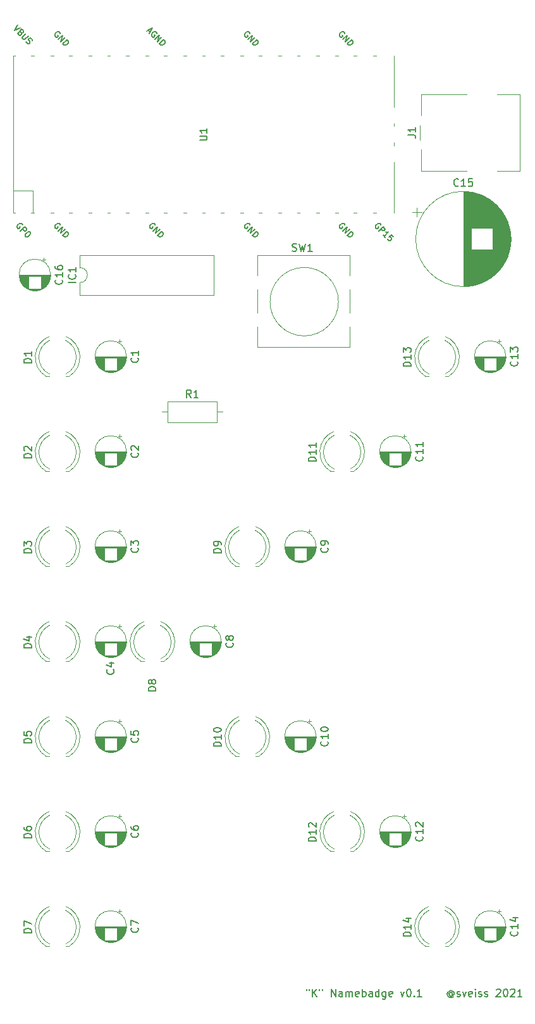
<source format=gbr>
%TF.GenerationSoftware,KiCad,Pcbnew,(5.1.9)-1*%
%TF.CreationDate,2021-02-28T12:15:39-08:00*%
%TF.ProjectId,namebadge,6e616d65-6261-4646-9765-2e6b69636164,v0.1*%
%TF.SameCoordinates,Original*%
%TF.FileFunction,Legend,Top*%
%TF.FilePolarity,Positive*%
%FSLAX46Y46*%
G04 Gerber Fmt 4.6, Leading zero omitted, Abs format (unit mm)*
G04 Created by KiCad (PCBNEW (5.1.9)-1) date 2021-02-28 12:15:39*
%MOMM*%
%LPD*%
G01*
G04 APERTURE LIST*
%ADD10C,0.150000*%
%ADD11C,0.120000*%
G04 APERTURE END LIST*
D10*
X63803428Y-147280380D02*
X63803428Y-147470857D01*
X64184380Y-147280380D02*
X64184380Y-147470857D01*
X64612952Y-148280380D02*
X64612952Y-147280380D01*
X65184380Y-148280380D02*
X64755809Y-147708952D01*
X65184380Y-147280380D02*
X64612952Y-147851809D01*
X65565333Y-147280380D02*
X65565333Y-147470857D01*
X65946285Y-147280380D02*
X65946285Y-147470857D01*
X67136761Y-148280380D02*
X67136761Y-147280380D01*
X67708190Y-148280380D01*
X67708190Y-147280380D01*
X68612952Y-148280380D02*
X68612952Y-147756571D01*
X68565333Y-147661333D01*
X68470095Y-147613714D01*
X68279619Y-147613714D01*
X68184380Y-147661333D01*
X68612952Y-148232761D02*
X68517714Y-148280380D01*
X68279619Y-148280380D01*
X68184380Y-148232761D01*
X68136761Y-148137523D01*
X68136761Y-148042285D01*
X68184380Y-147947047D01*
X68279619Y-147899428D01*
X68517714Y-147899428D01*
X68612952Y-147851809D01*
X69089142Y-148280380D02*
X69089142Y-147613714D01*
X69089142Y-147708952D02*
X69136761Y-147661333D01*
X69232000Y-147613714D01*
X69374857Y-147613714D01*
X69470095Y-147661333D01*
X69517714Y-147756571D01*
X69517714Y-148280380D01*
X69517714Y-147756571D02*
X69565333Y-147661333D01*
X69660571Y-147613714D01*
X69803428Y-147613714D01*
X69898666Y-147661333D01*
X69946285Y-147756571D01*
X69946285Y-148280380D01*
X70803428Y-148232761D02*
X70708190Y-148280380D01*
X70517714Y-148280380D01*
X70422476Y-148232761D01*
X70374857Y-148137523D01*
X70374857Y-147756571D01*
X70422476Y-147661333D01*
X70517714Y-147613714D01*
X70708190Y-147613714D01*
X70803428Y-147661333D01*
X70851047Y-147756571D01*
X70851047Y-147851809D01*
X70374857Y-147947047D01*
X71279619Y-148280380D02*
X71279619Y-147280380D01*
X71279619Y-147661333D02*
X71374857Y-147613714D01*
X71565333Y-147613714D01*
X71660571Y-147661333D01*
X71708190Y-147708952D01*
X71755809Y-147804190D01*
X71755809Y-148089904D01*
X71708190Y-148185142D01*
X71660571Y-148232761D01*
X71565333Y-148280380D01*
X71374857Y-148280380D01*
X71279619Y-148232761D01*
X72612952Y-148280380D02*
X72612952Y-147756571D01*
X72565333Y-147661333D01*
X72470095Y-147613714D01*
X72279619Y-147613714D01*
X72184380Y-147661333D01*
X72612952Y-148232761D02*
X72517714Y-148280380D01*
X72279619Y-148280380D01*
X72184380Y-148232761D01*
X72136761Y-148137523D01*
X72136761Y-148042285D01*
X72184380Y-147947047D01*
X72279619Y-147899428D01*
X72517714Y-147899428D01*
X72612952Y-147851809D01*
X73517714Y-148280380D02*
X73517714Y-147280380D01*
X73517714Y-148232761D02*
X73422476Y-148280380D01*
X73232000Y-148280380D01*
X73136761Y-148232761D01*
X73089142Y-148185142D01*
X73041523Y-148089904D01*
X73041523Y-147804190D01*
X73089142Y-147708952D01*
X73136761Y-147661333D01*
X73232000Y-147613714D01*
X73422476Y-147613714D01*
X73517714Y-147661333D01*
X74422476Y-147613714D02*
X74422476Y-148423238D01*
X74374857Y-148518476D01*
X74327238Y-148566095D01*
X74232000Y-148613714D01*
X74089142Y-148613714D01*
X73993904Y-148566095D01*
X74422476Y-148232761D02*
X74327238Y-148280380D01*
X74136761Y-148280380D01*
X74041523Y-148232761D01*
X73993904Y-148185142D01*
X73946285Y-148089904D01*
X73946285Y-147804190D01*
X73993904Y-147708952D01*
X74041523Y-147661333D01*
X74136761Y-147613714D01*
X74327238Y-147613714D01*
X74422476Y-147661333D01*
X75279619Y-148232761D02*
X75184380Y-148280380D01*
X74993904Y-148280380D01*
X74898666Y-148232761D01*
X74851047Y-148137523D01*
X74851047Y-147756571D01*
X74898666Y-147661333D01*
X74993904Y-147613714D01*
X75184380Y-147613714D01*
X75279619Y-147661333D01*
X75327238Y-147756571D01*
X75327238Y-147851809D01*
X74851047Y-147947047D01*
X76422476Y-147613714D02*
X76660571Y-148280380D01*
X76898666Y-147613714D01*
X77470095Y-147280380D02*
X77565333Y-147280380D01*
X77660571Y-147328000D01*
X77708190Y-147375619D01*
X77755809Y-147470857D01*
X77803428Y-147661333D01*
X77803428Y-147899428D01*
X77755809Y-148089904D01*
X77708190Y-148185142D01*
X77660571Y-148232761D01*
X77565333Y-148280380D01*
X77470095Y-148280380D01*
X77374857Y-148232761D01*
X77327238Y-148185142D01*
X77279619Y-148089904D01*
X77232000Y-147899428D01*
X77232000Y-147661333D01*
X77279619Y-147470857D01*
X77327238Y-147375619D01*
X77374857Y-147328000D01*
X77470095Y-147280380D01*
X78232000Y-148185142D02*
X78279619Y-148232761D01*
X78232000Y-148280380D01*
X78184380Y-148232761D01*
X78232000Y-148185142D01*
X78232000Y-148280380D01*
X79232000Y-148280380D02*
X78660571Y-148280380D01*
X78946285Y-148280380D02*
X78946285Y-147280380D01*
X78851047Y-147423238D01*
X78755809Y-147518476D01*
X78660571Y-147566095D01*
X83327238Y-147804190D02*
X83279619Y-147756571D01*
X83184380Y-147708952D01*
X83089142Y-147708952D01*
X82993904Y-147756571D01*
X82946285Y-147804190D01*
X82898666Y-147899428D01*
X82898666Y-147994666D01*
X82946285Y-148089904D01*
X82993904Y-148137523D01*
X83089142Y-148185142D01*
X83184380Y-148185142D01*
X83279619Y-148137523D01*
X83327238Y-148089904D01*
X83327238Y-147708952D02*
X83327238Y-148089904D01*
X83374857Y-148137523D01*
X83422476Y-148137523D01*
X83517714Y-148089904D01*
X83565333Y-147994666D01*
X83565333Y-147756571D01*
X83470095Y-147613714D01*
X83327238Y-147518476D01*
X83136761Y-147470857D01*
X82946285Y-147518476D01*
X82803428Y-147613714D01*
X82708190Y-147756571D01*
X82660571Y-147947047D01*
X82708190Y-148137523D01*
X82803428Y-148280380D01*
X82946285Y-148375619D01*
X83136761Y-148423238D01*
X83327238Y-148375619D01*
X83470095Y-148280380D01*
X83946285Y-148232761D02*
X84041523Y-148280380D01*
X84232000Y-148280380D01*
X84327238Y-148232761D01*
X84374857Y-148137523D01*
X84374857Y-148089904D01*
X84327238Y-147994666D01*
X84232000Y-147947047D01*
X84089142Y-147947047D01*
X83993904Y-147899428D01*
X83946285Y-147804190D01*
X83946285Y-147756571D01*
X83993904Y-147661333D01*
X84089142Y-147613714D01*
X84232000Y-147613714D01*
X84327238Y-147661333D01*
X84708190Y-147613714D02*
X84946285Y-148280380D01*
X85184380Y-147613714D01*
X85946285Y-148232761D02*
X85851047Y-148280380D01*
X85660571Y-148280380D01*
X85565333Y-148232761D01*
X85517714Y-148137523D01*
X85517714Y-147756571D01*
X85565333Y-147661333D01*
X85660571Y-147613714D01*
X85851047Y-147613714D01*
X85946285Y-147661333D01*
X85993904Y-147756571D01*
X85993904Y-147851809D01*
X85517714Y-147947047D01*
X86422476Y-148280380D02*
X86422476Y-147613714D01*
X86422476Y-147280380D02*
X86374857Y-147328000D01*
X86422476Y-147375619D01*
X86470095Y-147328000D01*
X86422476Y-147280380D01*
X86422476Y-147375619D01*
X86851047Y-148232761D02*
X86946285Y-148280380D01*
X87136761Y-148280380D01*
X87232000Y-148232761D01*
X87279619Y-148137523D01*
X87279619Y-148089904D01*
X87232000Y-147994666D01*
X87136761Y-147947047D01*
X86993904Y-147947047D01*
X86898666Y-147899428D01*
X86851047Y-147804190D01*
X86851047Y-147756571D01*
X86898666Y-147661333D01*
X86993904Y-147613714D01*
X87136761Y-147613714D01*
X87232000Y-147661333D01*
X87660571Y-148232761D02*
X87755809Y-148280380D01*
X87946285Y-148280380D01*
X88041523Y-148232761D01*
X88089142Y-148137523D01*
X88089142Y-148089904D01*
X88041523Y-147994666D01*
X87946285Y-147947047D01*
X87803428Y-147947047D01*
X87708190Y-147899428D01*
X87660571Y-147804190D01*
X87660571Y-147756571D01*
X87708190Y-147661333D01*
X87803428Y-147613714D01*
X87946285Y-147613714D01*
X88041523Y-147661333D01*
X89232000Y-147375619D02*
X89279619Y-147328000D01*
X89374857Y-147280380D01*
X89612952Y-147280380D01*
X89708190Y-147328000D01*
X89755809Y-147375619D01*
X89803428Y-147470857D01*
X89803428Y-147566095D01*
X89755809Y-147708952D01*
X89184380Y-148280380D01*
X89803428Y-148280380D01*
X90422476Y-147280380D02*
X90517714Y-147280380D01*
X90612952Y-147328000D01*
X90660571Y-147375619D01*
X90708190Y-147470857D01*
X90755809Y-147661333D01*
X90755809Y-147899428D01*
X90708190Y-148089904D01*
X90660571Y-148185142D01*
X90612952Y-148232761D01*
X90517714Y-148280380D01*
X90422476Y-148280380D01*
X90327238Y-148232761D01*
X90279619Y-148185142D01*
X90232000Y-148089904D01*
X90184380Y-147899428D01*
X90184380Y-147661333D01*
X90232000Y-147470857D01*
X90279619Y-147375619D01*
X90327238Y-147328000D01*
X90422476Y-147280380D01*
X91136761Y-147375619D02*
X91184380Y-147328000D01*
X91279619Y-147280380D01*
X91517714Y-147280380D01*
X91612952Y-147328000D01*
X91660571Y-147375619D01*
X91708190Y-147470857D01*
X91708190Y-147566095D01*
X91660571Y-147708952D01*
X91089142Y-148280380D01*
X91708190Y-148280380D01*
X92660571Y-148280380D02*
X92089142Y-148280380D01*
X92374857Y-148280380D02*
X92374857Y-147280380D01*
X92279619Y-147423238D01*
X92184380Y-147518476D01*
X92089142Y-147566095D01*
D11*
%TO.C,SW1*%
X69550000Y-49182000D02*
X69550000Y-51902000D01*
X69550000Y-58762000D02*
X69550000Y-61482000D01*
X57250000Y-56902000D02*
X57250000Y-53762000D01*
X57250000Y-61482000D02*
X57250000Y-58762000D01*
X68079050Y-55372000D02*
G75*
G03*
X68079050Y-55372000I-4579050J0D01*
G01*
X57250000Y-51902000D02*
X57250000Y-49182000D01*
X69550000Y-61482000D02*
X57250000Y-61482000D01*
X69550000Y-53762000D02*
X69550000Y-56902000D01*
X57250000Y-49182000D02*
X69550000Y-49182000D01*
%TO.C,R1*%
X45244000Y-68734000D02*
X45244000Y-71474000D01*
X45244000Y-71474000D02*
X51784000Y-71474000D01*
X51784000Y-71474000D02*
X51784000Y-68734000D01*
X51784000Y-68734000D02*
X45244000Y-68734000D01*
X44474000Y-70104000D02*
X45244000Y-70104000D01*
X52554000Y-70104000D02*
X51784000Y-70104000D01*
%TO.C,U1*%
X75538000Y-31920000D02*
X75538000Y-31520000D01*
X75538000Y-34520000D02*
X75538000Y-34120000D01*
X75538000Y-22520000D02*
X75538000Y-29320000D01*
X65138000Y-22520000D02*
X65538000Y-22520000D01*
X57438000Y-22520000D02*
X57838000Y-22520000D01*
X32038000Y-22520000D02*
X32438000Y-22520000D01*
X24538000Y-22520000D02*
X24838000Y-22520000D01*
X47338000Y-22520000D02*
X47738000Y-22520000D01*
X62538000Y-22520000D02*
X62938000Y-22520000D01*
X42238000Y-22520000D02*
X42638000Y-22520000D01*
X37138000Y-22520000D02*
X37538000Y-22520000D01*
X49838000Y-22520000D02*
X50238000Y-22520000D01*
X54938000Y-22520000D02*
X55338000Y-22520000D01*
X70138000Y-22520000D02*
X70538000Y-22520000D01*
X72738000Y-22520000D02*
X73138000Y-22520000D01*
X67638000Y-22520000D02*
X68038000Y-22520000D01*
X34638000Y-22520000D02*
X35038000Y-22520000D01*
X26938000Y-22520000D02*
X27338000Y-22520000D01*
X29538000Y-22520000D02*
X29938000Y-22520000D01*
X60038000Y-22520000D02*
X60438000Y-22520000D01*
X52338000Y-22520000D02*
X52738000Y-22520000D01*
X44738000Y-22520000D02*
X45138000Y-22520000D01*
X39638000Y-22520000D02*
X40038000Y-22520000D01*
X72738000Y-43520000D02*
X73138000Y-43520000D01*
X70138000Y-43520000D02*
X70538000Y-43520000D01*
X67638000Y-43520000D02*
X68038000Y-43520000D01*
X65138000Y-43520000D02*
X65538000Y-43520000D01*
X62538000Y-43520000D02*
X62938000Y-43520000D01*
X60038000Y-43520000D02*
X60438000Y-43520000D01*
X57438000Y-43520000D02*
X57838000Y-43520000D01*
X54938000Y-43520000D02*
X55338000Y-43520000D01*
X52338000Y-43520000D02*
X52738000Y-43520000D01*
X49838000Y-43520000D02*
X50238000Y-43520000D01*
X47338000Y-43520000D02*
X47738000Y-43520000D01*
X44738000Y-43520000D02*
X45138000Y-43520000D01*
X42238000Y-43520000D02*
X42638000Y-43520000D01*
X39638000Y-43520000D02*
X40038000Y-43520000D01*
X37138000Y-43520000D02*
X37538000Y-43520000D01*
X34638000Y-43520000D02*
X35038000Y-43520000D01*
X32038000Y-43520000D02*
X32438000Y-43520000D01*
X29538000Y-43520000D02*
X29938000Y-43520000D01*
X26938000Y-43520000D02*
X27338000Y-43520000D01*
X24538000Y-43520000D02*
X24838000Y-43520000D01*
X27205000Y-40513000D02*
X24538000Y-40513000D01*
X27205000Y-43520000D02*
X27205000Y-40513000D01*
X75538000Y-36720000D02*
X75538000Y-43520000D01*
X24538000Y-43520000D02*
X24538000Y-22520000D01*
%TO.C,D10*%
X56960000Y-116161500D02*
X57425000Y-116161500D01*
X54335000Y-116161500D02*
X54800000Y-116161500D01*
X54799173Y-110813685D02*
G75*
G03*
X54335170Y-116161500I1080827J-2787815D01*
G01*
X56960827Y-110813685D02*
G75*
G02*
X57424830Y-116161500I-1080827J-2787815D01*
G01*
X54799571Y-111347021D02*
G75*
G03*
X54800000Y-115856184I1080429J-2254479D01*
G01*
X56960429Y-111347021D02*
G75*
G02*
X56960000Y-115856184I-1080429J-2254479D01*
G01*
%TO.C,C14*%
X90512000Y-138922000D02*
G75*
G03*
X90512000Y-138922000I-2120000J0D01*
G01*
X90472000Y-138922000D02*
X86312000Y-138922000D01*
X90472000Y-138962000D02*
X86312000Y-138962000D01*
X90471000Y-139002000D02*
X86313000Y-139002000D01*
X90469000Y-139042000D02*
X86315000Y-139042000D01*
X90466000Y-139082000D02*
X86318000Y-139082000D01*
X90463000Y-139122000D02*
X89232000Y-139122000D01*
X87552000Y-139122000D02*
X86321000Y-139122000D01*
X90459000Y-139162000D02*
X89232000Y-139162000D01*
X87552000Y-139162000D02*
X86325000Y-139162000D01*
X90454000Y-139202000D02*
X89232000Y-139202000D01*
X87552000Y-139202000D02*
X86330000Y-139202000D01*
X90448000Y-139242000D02*
X89232000Y-139242000D01*
X87552000Y-139242000D02*
X86336000Y-139242000D01*
X90442000Y-139282000D02*
X89232000Y-139282000D01*
X87552000Y-139282000D02*
X86342000Y-139282000D01*
X90434000Y-139322000D02*
X89232000Y-139322000D01*
X87552000Y-139322000D02*
X86350000Y-139322000D01*
X90426000Y-139362000D02*
X89232000Y-139362000D01*
X87552000Y-139362000D02*
X86358000Y-139362000D01*
X90417000Y-139402000D02*
X89232000Y-139402000D01*
X87552000Y-139402000D02*
X86367000Y-139402000D01*
X90408000Y-139442000D02*
X89232000Y-139442000D01*
X87552000Y-139442000D02*
X86376000Y-139442000D01*
X90397000Y-139482000D02*
X89232000Y-139482000D01*
X87552000Y-139482000D02*
X86387000Y-139482000D01*
X90386000Y-139522000D02*
X89232000Y-139522000D01*
X87552000Y-139522000D02*
X86398000Y-139522000D01*
X90374000Y-139562000D02*
X89232000Y-139562000D01*
X87552000Y-139562000D02*
X86410000Y-139562000D01*
X90360000Y-139602000D02*
X89232000Y-139602000D01*
X87552000Y-139602000D02*
X86424000Y-139602000D01*
X90346000Y-139643000D02*
X89232000Y-139643000D01*
X87552000Y-139643000D02*
X86438000Y-139643000D01*
X90332000Y-139683000D02*
X89232000Y-139683000D01*
X87552000Y-139683000D02*
X86452000Y-139683000D01*
X90316000Y-139723000D02*
X89232000Y-139723000D01*
X87552000Y-139723000D02*
X86468000Y-139723000D01*
X90299000Y-139763000D02*
X89232000Y-139763000D01*
X87552000Y-139763000D02*
X86485000Y-139763000D01*
X90281000Y-139803000D02*
X89232000Y-139803000D01*
X87552000Y-139803000D02*
X86503000Y-139803000D01*
X90262000Y-139843000D02*
X89232000Y-139843000D01*
X87552000Y-139843000D02*
X86522000Y-139843000D01*
X90243000Y-139883000D02*
X89232000Y-139883000D01*
X87552000Y-139883000D02*
X86541000Y-139883000D01*
X90222000Y-139923000D02*
X89232000Y-139923000D01*
X87552000Y-139923000D02*
X86562000Y-139923000D01*
X90200000Y-139963000D02*
X89232000Y-139963000D01*
X87552000Y-139963000D02*
X86584000Y-139963000D01*
X90177000Y-140003000D02*
X89232000Y-140003000D01*
X87552000Y-140003000D02*
X86607000Y-140003000D01*
X90152000Y-140043000D02*
X89232000Y-140043000D01*
X87552000Y-140043000D02*
X86632000Y-140043000D01*
X90127000Y-140083000D02*
X89232000Y-140083000D01*
X87552000Y-140083000D02*
X86657000Y-140083000D01*
X90100000Y-140123000D02*
X89232000Y-140123000D01*
X87552000Y-140123000D02*
X86684000Y-140123000D01*
X90072000Y-140163000D02*
X89232000Y-140163000D01*
X87552000Y-140163000D02*
X86712000Y-140163000D01*
X90042000Y-140203000D02*
X89232000Y-140203000D01*
X87552000Y-140203000D02*
X86742000Y-140203000D01*
X90011000Y-140243000D02*
X89232000Y-140243000D01*
X87552000Y-140243000D02*
X86773000Y-140243000D01*
X89979000Y-140283000D02*
X89232000Y-140283000D01*
X87552000Y-140283000D02*
X86805000Y-140283000D01*
X89944000Y-140323000D02*
X89232000Y-140323000D01*
X87552000Y-140323000D02*
X86840000Y-140323000D01*
X89908000Y-140363000D02*
X89232000Y-140363000D01*
X87552000Y-140363000D02*
X86876000Y-140363000D01*
X89870000Y-140403000D02*
X89232000Y-140403000D01*
X87552000Y-140403000D02*
X86914000Y-140403000D01*
X89830000Y-140443000D02*
X89232000Y-140443000D01*
X87552000Y-140443000D02*
X86954000Y-140443000D01*
X89788000Y-140483000D02*
X89232000Y-140483000D01*
X87552000Y-140483000D02*
X86996000Y-140483000D01*
X89743000Y-140523000D02*
X89232000Y-140523000D01*
X87552000Y-140523000D02*
X87041000Y-140523000D01*
X89696000Y-140563000D02*
X89232000Y-140563000D01*
X87552000Y-140563000D02*
X87088000Y-140563000D01*
X89646000Y-140603000D02*
X89232000Y-140603000D01*
X87552000Y-140603000D02*
X87138000Y-140603000D01*
X89592000Y-140643000D02*
X89232000Y-140643000D01*
X87552000Y-140643000D02*
X87192000Y-140643000D01*
X89534000Y-140683000D02*
X89232000Y-140683000D01*
X87552000Y-140683000D02*
X87250000Y-140683000D01*
X89472000Y-140723000D02*
X89232000Y-140723000D01*
X87552000Y-140723000D02*
X87312000Y-140723000D01*
X89405000Y-140763000D02*
X87379000Y-140763000D01*
X89332000Y-140803000D02*
X87452000Y-140803000D01*
X89251000Y-140843000D02*
X87533000Y-140843000D01*
X89160000Y-140883000D02*
X87624000Y-140883000D01*
X89056000Y-140923000D02*
X87728000Y-140923000D01*
X88929000Y-140963000D02*
X87855000Y-140963000D01*
X88762000Y-141003000D02*
X88022000Y-141003000D01*
X89587000Y-136652199D02*
X89587000Y-137052199D01*
X89787000Y-136852199D02*
X89387000Y-136852199D01*
%TO.C,C7*%
X39712000Y-138922000D02*
G75*
G03*
X39712000Y-138922000I-2120000J0D01*
G01*
X39672000Y-138922000D02*
X35512000Y-138922000D01*
X39672000Y-138962000D02*
X35512000Y-138962000D01*
X39671000Y-139002000D02*
X35513000Y-139002000D01*
X39669000Y-139042000D02*
X35515000Y-139042000D01*
X39666000Y-139082000D02*
X35518000Y-139082000D01*
X39663000Y-139122000D02*
X38432000Y-139122000D01*
X36752000Y-139122000D02*
X35521000Y-139122000D01*
X39659000Y-139162000D02*
X38432000Y-139162000D01*
X36752000Y-139162000D02*
X35525000Y-139162000D01*
X39654000Y-139202000D02*
X38432000Y-139202000D01*
X36752000Y-139202000D02*
X35530000Y-139202000D01*
X39648000Y-139242000D02*
X38432000Y-139242000D01*
X36752000Y-139242000D02*
X35536000Y-139242000D01*
X39642000Y-139282000D02*
X38432000Y-139282000D01*
X36752000Y-139282000D02*
X35542000Y-139282000D01*
X39634000Y-139322000D02*
X38432000Y-139322000D01*
X36752000Y-139322000D02*
X35550000Y-139322000D01*
X39626000Y-139362000D02*
X38432000Y-139362000D01*
X36752000Y-139362000D02*
X35558000Y-139362000D01*
X39617000Y-139402000D02*
X38432000Y-139402000D01*
X36752000Y-139402000D02*
X35567000Y-139402000D01*
X39608000Y-139442000D02*
X38432000Y-139442000D01*
X36752000Y-139442000D02*
X35576000Y-139442000D01*
X39597000Y-139482000D02*
X38432000Y-139482000D01*
X36752000Y-139482000D02*
X35587000Y-139482000D01*
X39586000Y-139522000D02*
X38432000Y-139522000D01*
X36752000Y-139522000D02*
X35598000Y-139522000D01*
X39574000Y-139562000D02*
X38432000Y-139562000D01*
X36752000Y-139562000D02*
X35610000Y-139562000D01*
X39560000Y-139602000D02*
X38432000Y-139602000D01*
X36752000Y-139602000D02*
X35624000Y-139602000D01*
X39546000Y-139643000D02*
X38432000Y-139643000D01*
X36752000Y-139643000D02*
X35638000Y-139643000D01*
X39532000Y-139683000D02*
X38432000Y-139683000D01*
X36752000Y-139683000D02*
X35652000Y-139683000D01*
X39516000Y-139723000D02*
X38432000Y-139723000D01*
X36752000Y-139723000D02*
X35668000Y-139723000D01*
X39499000Y-139763000D02*
X38432000Y-139763000D01*
X36752000Y-139763000D02*
X35685000Y-139763000D01*
X39481000Y-139803000D02*
X38432000Y-139803000D01*
X36752000Y-139803000D02*
X35703000Y-139803000D01*
X39462000Y-139843000D02*
X38432000Y-139843000D01*
X36752000Y-139843000D02*
X35722000Y-139843000D01*
X39443000Y-139883000D02*
X38432000Y-139883000D01*
X36752000Y-139883000D02*
X35741000Y-139883000D01*
X39422000Y-139923000D02*
X38432000Y-139923000D01*
X36752000Y-139923000D02*
X35762000Y-139923000D01*
X39400000Y-139963000D02*
X38432000Y-139963000D01*
X36752000Y-139963000D02*
X35784000Y-139963000D01*
X39377000Y-140003000D02*
X38432000Y-140003000D01*
X36752000Y-140003000D02*
X35807000Y-140003000D01*
X39352000Y-140043000D02*
X38432000Y-140043000D01*
X36752000Y-140043000D02*
X35832000Y-140043000D01*
X39327000Y-140083000D02*
X38432000Y-140083000D01*
X36752000Y-140083000D02*
X35857000Y-140083000D01*
X39300000Y-140123000D02*
X38432000Y-140123000D01*
X36752000Y-140123000D02*
X35884000Y-140123000D01*
X39272000Y-140163000D02*
X38432000Y-140163000D01*
X36752000Y-140163000D02*
X35912000Y-140163000D01*
X39242000Y-140203000D02*
X38432000Y-140203000D01*
X36752000Y-140203000D02*
X35942000Y-140203000D01*
X39211000Y-140243000D02*
X38432000Y-140243000D01*
X36752000Y-140243000D02*
X35973000Y-140243000D01*
X39179000Y-140283000D02*
X38432000Y-140283000D01*
X36752000Y-140283000D02*
X36005000Y-140283000D01*
X39144000Y-140323000D02*
X38432000Y-140323000D01*
X36752000Y-140323000D02*
X36040000Y-140323000D01*
X39108000Y-140363000D02*
X38432000Y-140363000D01*
X36752000Y-140363000D02*
X36076000Y-140363000D01*
X39070000Y-140403000D02*
X38432000Y-140403000D01*
X36752000Y-140403000D02*
X36114000Y-140403000D01*
X39030000Y-140443000D02*
X38432000Y-140443000D01*
X36752000Y-140443000D02*
X36154000Y-140443000D01*
X38988000Y-140483000D02*
X38432000Y-140483000D01*
X36752000Y-140483000D02*
X36196000Y-140483000D01*
X38943000Y-140523000D02*
X38432000Y-140523000D01*
X36752000Y-140523000D02*
X36241000Y-140523000D01*
X38896000Y-140563000D02*
X38432000Y-140563000D01*
X36752000Y-140563000D02*
X36288000Y-140563000D01*
X38846000Y-140603000D02*
X38432000Y-140603000D01*
X36752000Y-140603000D02*
X36338000Y-140603000D01*
X38792000Y-140643000D02*
X38432000Y-140643000D01*
X36752000Y-140643000D02*
X36392000Y-140643000D01*
X38734000Y-140683000D02*
X38432000Y-140683000D01*
X36752000Y-140683000D02*
X36450000Y-140683000D01*
X38672000Y-140723000D02*
X38432000Y-140723000D01*
X36752000Y-140723000D02*
X36512000Y-140723000D01*
X38605000Y-140763000D02*
X36579000Y-140763000D01*
X38532000Y-140803000D02*
X36652000Y-140803000D01*
X38451000Y-140843000D02*
X36733000Y-140843000D01*
X38360000Y-140883000D02*
X36824000Y-140883000D01*
X38256000Y-140923000D02*
X36928000Y-140923000D01*
X38129000Y-140963000D02*
X37055000Y-140963000D01*
X37962000Y-141003000D02*
X37222000Y-141003000D01*
X38787000Y-136652199D02*
X38787000Y-137052199D01*
X38987000Y-136852199D02*
X38587000Y-136852199D01*
%TO.C,C12*%
X77812000Y-126222000D02*
G75*
G03*
X77812000Y-126222000I-2120000J0D01*
G01*
X77772000Y-126222000D02*
X73612000Y-126222000D01*
X77772000Y-126262000D02*
X73612000Y-126262000D01*
X77771000Y-126302000D02*
X73613000Y-126302000D01*
X77769000Y-126342000D02*
X73615000Y-126342000D01*
X77766000Y-126382000D02*
X73618000Y-126382000D01*
X77763000Y-126422000D02*
X76532000Y-126422000D01*
X74852000Y-126422000D02*
X73621000Y-126422000D01*
X77759000Y-126462000D02*
X76532000Y-126462000D01*
X74852000Y-126462000D02*
X73625000Y-126462000D01*
X77754000Y-126502000D02*
X76532000Y-126502000D01*
X74852000Y-126502000D02*
X73630000Y-126502000D01*
X77748000Y-126542000D02*
X76532000Y-126542000D01*
X74852000Y-126542000D02*
X73636000Y-126542000D01*
X77742000Y-126582000D02*
X76532000Y-126582000D01*
X74852000Y-126582000D02*
X73642000Y-126582000D01*
X77734000Y-126622000D02*
X76532000Y-126622000D01*
X74852000Y-126622000D02*
X73650000Y-126622000D01*
X77726000Y-126662000D02*
X76532000Y-126662000D01*
X74852000Y-126662000D02*
X73658000Y-126662000D01*
X77717000Y-126702000D02*
X76532000Y-126702000D01*
X74852000Y-126702000D02*
X73667000Y-126702000D01*
X77708000Y-126742000D02*
X76532000Y-126742000D01*
X74852000Y-126742000D02*
X73676000Y-126742000D01*
X77697000Y-126782000D02*
X76532000Y-126782000D01*
X74852000Y-126782000D02*
X73687000Y-126782000D01*
X77686000Y-126822000D02*
X76532000Y-126822000D01*
X74852000Y-126822000D02*
X73698000Y-126822000D01*
X77674000Y-126862000D02*
X76532000Y-126862000D01*
X74852000Y-126862000D02*
X73710000Y-126862000D01*
X77660000Y-126902000D02*
X76532000Y-126902000D01*
X74852000Y-126902000D02*
X73724000Y-126902000D01*
X77646000Y-126943000D02*
X76532000Y-126943000D01*
X74852000Y-126943000D02*
X73738000Y-126943000D01*
X77632000Y-126983000D02*
X76532000Y-126983000D01*
X74852000Y-126983000D02*
X73752000Y-126983000D01*
X77616000Y-127023000D02*
X76532000Y-127023000D01*
X74852000Y-127023000D02*
X73768000Y-127023000D01*
X77599000Y-127063000D02*
X76532000Y-127063000D01*
X74852000Y-127063000D02*
X73785000Y-127063000D01*
X77581000Y-127103000D02*
X76532000Y-127103000D01*
X74852000Y-127103000D02*
X73803000Y-127103000D01*
X77562000Y-127143000D02*
X76532000Y-127143000D01*
X74852000Y-127143000D02*
X73822000Y-127143000D01*
X77543000Y-127183000D02*
X76532000Y-127183000D01*
X74852000Y-127183000D02*
X73841000Y-127183000D01*
X77522000Y-127223000D02*
X76532000Y-127223000D01*
X74852000Y-127223000D02*
X73862000Y-127223000D01*
X77500000Y-127263000D02*
X76532000Y-127263000D01*
X74852000Y-127263000D02*
X73884000Y-127263000D01*
X77477000Y-127303000D02*
X76532000Y-127303000D01*
X74852000Y-127303000D02*
X73907000Y-127303000D01*
X77452000Y-127343000D02*
X76532000Y-127343000D01*
X74852000Y-127343000D02*
X73932000Y-127343000D01*
X77427000Y-127383000D02*
X76532000Y-127383000D01*
X74852000Y-127383000D02*
X73957000Y-127383000D01*
X77400000Y-127423000D02*
X76532000Y-127423000D01*
X74852000Y-127423000D02*
X73984000Y-127423000D01*
X77372000Y-127463000D02*
X76532000Y-127463000D01*
X74852000Y-127463000D02*
X74012000Y-127463000D01*
X77342000Y-127503000D02*
X76532000Y-127503000D01*
X74852000Y-127503000D02*
X74042000Y-127503000D01*
X77311000Y-127543000D02*
X76532000Y-127543000D01*
X74852000Y-127543000D02*
X74073000Y-127543000D01*
X77279000Y-127583000D02*
X76532000Y-127583000D01*
X74852000Y-127583000D02*
X74105000Y-127583000D01*
X77244000Y-127623000D02*
X76532000Y-127623000D01*
X74852000Y-127623000D02*
X74140000Y-127623000D01*
X77208000Y-127663000D02*
X76532000Y-127663000D01*
X74852000Y-127663000D02*
X74176000Y-127663000D01*
X77170000Y-127703000D02*
X76532000Y-127703000D01*
X74852000Y-127703000D02*
X74214000Y-127703000D01*
X77130000Y-127743000D02*
X76532000Y-127743000D01*
X74852000Y-127743000D02*
X74254000Y-127743000D01*
X77088000Y-127783000D02*
X76532000Y-127783000D01*
X74852000Y-127783000D02*
X74296000Y-127783000D01*
X77043000Y-127823000D02*
X76532000Y-127823000D01*
X74852000Y-127823000D02*
X74341000Y-127823000D01*
X76996000Y-127863000D02*
X76532000Y-127863000D01*
X74852000Y-127863000D02*
X74388000Y-127863000D01*
X76946000Y-127903000D02*
X76532000Y-127903000D01*
X74852000Y-127903000D02*
X74438000Y-127903000D01*
X76892000Y-127943000D02*
X76532000Y-127943000D01*
X74852000Y-127943000D02*
X74492000Y-127943000D01*
X76834000Y-127983000D02*
X76532000Y-127983000D01*
X74852000Y-127983000D02*
X74550000Y-127983000D01*
X76772000Y-128023000D02*
X76532000Y-128023000D01*
X74852000Y-128023000D02*
X74612000Y-128023000D01*
X76705000Y-128063000D02*
X74679000Y-128063000D01*
X76632000Y-128103000D02*
X74752000Y-128103000D01*
X76551000Y-128143000D02*
X74833000Y-128143000D01*
X76460000Y-128183000D02*
X74924000Y-128183000D01*
X76356000Y-128223000D02*
X75028000Y-128223000D01*
X76229000Y-128263000D02*
X75155000Y-128263000D01*
X76062000Y-128303000D02*
X75322000Y-128303000D01*
X76887000Y-123952199D02*
X76887000Y-124352199D01*
X77087000Y-124152199D02*
X76687000Y-124152199D01*
%TO.C,C6*%
X39712000Y-126222000D02*
G75*
G03*
X39712000Y-126222000I-2120000J0D01*
G01*
X39672000Y-126222000D02*
X35512000Y-126222000D01*
X39672000Y-126262000D02*
X35512000Y-126262000D01*
X39671000Y-126302000D02*
X35513000Y-126302000D01*
X39669000Y-126342000D02*
X35515000Y-126342000D01*
X39666000Y-126382000D02*
X35518000Y-126382000D01*
X39663000Y-126422000D02*
X38432000Y-126422000D01*
X36752000Y-126422000D02*
X35521000Y-126422000D01*
X39659000Y-126462000D02*
X38432000Y-126462000D01*
X36752000Y-126462000D02*
X35525000Y-126462000D01*
X39654000Y-126502000D02*
X38432000Y-126502000D01*
X36752000Y-126502000D02*
X35530000Y-126502000D01*
X39648000Y-126542000D02*
X38432000Y-126542000D01*
X36752000Y-126542000D02*
X35536000Y-126542000D01*
X39642000Y-126582000D02*
X38432000Y-126582000D01*
X36752000Y-126582000D02*
X35542000Y-126582000D01*
X39634000Y-126622000D02*
X38432000Y-126622000D01*
X36752000Y-126622000D02*
X35550000Y-126622000D01*
X39626000Y-126662000D02*
X38432000Y-126662000D01*
X36752000Y-126662000D02*
X35558000Y-126662000D01*
X39617000Y-126702000D02*
X38432000Y-126702000D01*
X36752000Y-126702000D02*
X35567000Y-126702000D01*
X39608000Y-126742000D02*
X38432000Y-126742000D01*
X36752000Y-126742000D02*
X35576000Y-126742000D01*
X39597000Y-126782000D02*
X38432000Y-126782000D01*
X36752000Y-126782000D02*
X35587000Y-126782000D01*
X39586000Y-126822000D02*
X38432000Y-126822000D01*
X36752000Y-126822000D02*
X35598000Y-126822000D01*
X39574000Y-126862000D02*
X38432000Y-126862000D01*
X36752000Y-126862000D02*
X35610000Y-126862000D01*
X39560000Y-126902000D02*
X38432000Y-126902000D01*
X36752000Y-126902000D02*
X35624000Y-126902000D01*
X39546000Y-126943000D02*
X38432000Y-126943000D01*
X36752000Y-126943000D02*
X35638000Y-126943000D01*
X39532000Y-126983000D02*
X38432000Y-126983000D01*
X36752000Y-126983000D02*
X35652000Y-126983000D01*
X39516000Y-127023000D02*
X38432000Y-127023000D01*
X36752000Y-127023000D02*
X35668000Y-127023000D01*
X39499000Y-127063000D02*
X38432000Y-127063000D01*
X36752000Y-127063000D02*
X35685000Y-127063000D01*
X39481000Y-127103000D02*
X38432000Y-127103000D01*
X36752000Y-127103000D02*
X35703000Y-127103000D01*
X39462000Y-127143000D02*
X38432000Y-127143000D01*
X36752000Y-127143000D02*
X35722000Y-127143000D01*
X39443000Y-127183000D02*
X38432000Y-127183000D01*
X36752000Y-127183000D02*
X35741000Y-127183000D01*
X39422000Y-127223000D02*
X38432000Y-127223000D01*
X36752000Y-127223000D02*
X35762000Y-127223000D01*
X39400000Y-127263000D02*
X38432000Y-127263000D01*
X36752000Y-127263000D02*
X35784000Y-127263000D01*
X39377000Y-127303000D02*
X38432000Y-127303000D01*
X36752000Y-127303000D02*
X35807000Y-127303000D01*
X39352000Y-127343000D02*
X38432000Y-127343000D01*
X36752000Y-127343000D02*
X35832000Y-127343000D01*
X39327000Y-127383000D02*
X38432000Y-127383000D01*
X36752000Y-127383000D02*
X35857000Y-127383000D01*
X39300000Y-127423000D02*
X38432000Y-127423000D01*
X36752000Y-127423000D02*
X35884000Y-127423000D01*
X39272000Y-127463000D02*
X38432000Y-127463000D01*
X36752000Y-127463000D02*
X35912000Y-127463000D01*
X39242000Y-127503000D02*
X38432000Y-127503000D01*
X36752000Y-127503000D02*
X35942000Y-127503000D01*
X39211000Y-127543000D02*
X38432000Y-127543000D01*
X36752000Y-127543000D02*
X35973000Y-127543000D01*
X39179000Y-127583000D02*
X38432000Y-127583000D01*
X36752000Y-127583000D02*
X36005000Y-127583000D01*
X39144000Y-127623000D02*
X38432000Y-127623000D01*
X36752000Y-127623000D02*
X36040000Y-127623000D01*
X39108000Y-127663000D02*
X38432000Y-127663000D01*
X36752000Y-127663000D02*
X36076000Y-127663000D01*
X39070000Y-127703000D02*
X38432000Y-127703000D01*
X36752000Y-127703000D02*
X36114000Y-127703000D01*
X39030000Y-127743000D02*
X38432000Y-127743000D01*
X36752000Y-127743000D02*
X36154000Y-127743000D01*
X38988000Y-127783000D02*
X38432000Y-127783000D01*
X36752000Y-127783000D02*
X36196000Y-127783000D01*
X38943000Y-127823000D02*
X38432000Y-127823000D01*
X36752000Y-127823000D02*
X36241000Y-127823000D01*
X38896000Y-127863000D02*
X38432000Y-127863000D01*
X36752000Y-127863000D02*
X36288000Y-127863000D01*
X38846000Y-127903000D02*
X38432000Y-127903000D01*
X36752000Y-127903000D02*
X36338000Y-127903000D01*
X38792000Y-127943000D02*
X38432000Y-127943000D01*
X36752000Y-127943000D02*
X36392000Y-127943000D01*
X38734000Y-127983000D02*
X38432000Y-127983000D01*
X36752000Y-127983000D02*
X36450000Y-127983000D01*
X38672000Y-128023000D02*
X38432000Y-128023000D01*
X36752000Y-128023000D02*
X36512000Y-128023000D01*
X38605000Y-128063000D02*
X36579000Y-128063000D01*
X38532000Y-128103000D02*
X36652000Y-128103000D01*
X38451000Y-128143000D02*
X36733000Y-128143000D01*
X38360000Y-128183000D02*
X36824000Y-128183000D01*
X38256000Y-128223000D02*
X36928000Y-128223000D01*
X38129000Y-128263000D02*
X37055000Y-128263000D01*
X37962000Y-128303000D02*
X37222000Y-128303000D01*
X38787000Y-123952199D02*
X38787000Y-124352199D01*
X38987000Y-124152199D02*
X38587000Y-124152199D01*
%TO.C,C10*%
X65112000Y-113522000D02*
G75*
G03*
X65112000Y-113522000I-2120000J0D01*
G01*
X65072000Y-113522000D02*
X60912000Y-113522000D01*
X65072000Y-113562000D02*
X60912000Y-113562000D01*
X65071000Y-113602000D02*
X60913000Y-113602000D01*
X65069000Y-113642000D02*
X60915000Y-113642000D01*
X65066000Y-113682000D02*
X60918000Y-113682000D01*
X65063000Y-113722000D02*
X63832000Y-113722000D01*
X62152000Y-113722000D02*
X60921000Y-113722000D01*
X65059000Y-113762000D02*
X63832000Y-113762000D01*
X62152000Y-113762000D02*
X60925000Y-113762000D01*
X65054000Y-113802000D02*
X63832000Y-113802000D01*
X62152000Y-113802000D02*
X60930000Y-113802000D01*
X65048000Y-113842000D02*
X63832000Y-113842000D01*
X62152000Y-113842000D02*
X60936000Y-113842000D01*
X65042000Y-113882000D02*
X63832000Y-113882000D01*
X62152000Y-113882000D02*
X60942000Y-113882000D01*
X65034000Y-113922000D02*
X63832000Y-113922000D01*
X62152000Y-113922000D02*
X60950000Y-113922000D01*
X65026000Y-113962000D02*
X63832000Y-113962000D01*
X62152000Y-113962000D02*
X60958000Y-113962000D01*
X65017000Y-114002000D02*
X63832000Y-114002000D01*
X62152000Y-114002000D02*
X60967000Y-114002000D01*
X65008000Y-114042000D02*
X63832000Y-114042000D01*
X62152000Y-114042000D02*
X60976000Y-114042000D01*
X64997000Y-114082000D02*
X63832000Y-114082000D01*
X62152000Y-114082000D02*
X60987000Y-114082000D01*
X64986000Y-114122000D02*
X63832000Y-114122000D01*
X62152000Y-114122000D02*
X60998000Y-114122000D01*
X64974000Y-114162000D02*
X63832000Y-114162000D01*
X62152000Y-114162000D02*
X61010000Y-114162000D01*
X64960000Y-114202000D02*
X63832000Y-114202000D01*
X62152000Y-114202000D02*
X61024000Y-114202000D01*
X64946000Y-114243000D02*
X63832000Y-114243000D01*
X62152000Y-114243000D02*
X61038000Y-114243000D01*
X64932000Y-114283000D02*
X63832000Y-114283000D01*
X62152000Y-114283000D02*
X61052000Y-114283000D01*
X64916000Y-114323000D02*
X63832000Y-114323000D01*
X62152000Y-114323000D02*
X61068000Y-114323000D01*
X64899000Y-114363000D02*
X63832000Y-114363000D01*
X62152000Y-114363000D02*
X61085000Y-114363000D01*
X64881000Y-114403000D02*
X63832000Y-114403000D01*
X62152000Y-114403000D02*
X61103000Y-114403000D01*
X64862000Y-114443000D02*
X63832000Y-114443000D01*
X62152000Y-114443000D02*
X61122000Y-114443000D01*
X64843000Y-114483000D02*
X63832000Y-114483000D01*
X62152000Y-114483000D02*
X61141000Y-114483000D01*
X64822000Y-114523000D02*
X63832000Y-114523000D01*
X62152000Y-114523000D02*
X61162000Y-114523000D01*
X64800000Y-114563000D02*
X63832000Y-114563000D01*
X62152000Y-114563000D02*
X61184000Y-114563000D01*
X64777000Y-114603000D02*
X63832000Y-114603000D01*
X62152000Y-114603000D02*
X61207000Y-114603000D01*
X64752000Y-114643000D02*
X63832000Y-114643000D01*
X62152000Y-114643000D02*
X61232000Y-114643000D01*
X64727000Y-114683000D02*
X63832000Y-114683000D01*
X62152000Y-114683000D02*
X61257000Y-114683000D01*
X64700000Y-114723000D02*
X63832000Y-114723000D01*
X62152000Y-114723000D02*
X61284000Y-114723000D01*
X64672000Y-114763000D02*
X63832000Y-114763000D01*
X62152000Y-114763000D02*
X61312000Y-114763000D01*
X64642000Y-114803000D02*
X63832000Y-114803000D01*
X62152000Y-114803000D02*
X61342000Y-114803000D01*
X64611000Y-114843000D02*
X63832000Y-114843000D01*
X62152000Y-114843000D02*
X61373000Y-114843000D01*
X64579000Y-114883000D02*
X63832000Y-114883000D01*
X62152000Y-114883000D02*
X61405000Y-114883000D01*
X64544000Y-114923000D02*
X63832000Y-114923000D01*
X62152000Y-114923000D02*
X61440000Y-114923000D01*
X64508000Y-114963000D02*
X63832000Y-114963000D01*
X62152000Y-114963000D02*
X61476000Y-114963000D01*
X64470000Y-115003000D02*
X63832000Y-115003000D01*
X62152000Y-115003000D02*
X61514000Y-115003000D01*
X64430000Y-115043000D02*
X63832000Y-115043000D01*
X62152000Y-115043000D02*
X61554000Y-115043000D01*
X64388000Y-115083000D02*
X63832000Y-115083000D01*
X62152000Y-115083000D02*
X61596000Y-115083000D01*
X64343000Y-115123000D02*
X63832000Y-115123000D01*
X62152000Y-115123000D02*
X61641000Y-115123000D01*
X64296000Y-115163000D02*
X63832000Y-115163000D01*
X62152000Y-115163000D02*
X61688000Y-115163000D01*
X64246000Y-115203000D02*
X63832000Y-115203000D01*
X62152000Y-115203000D02*
X61738000Y-115203000D01*
X64192000Y-115243000D02*
X63832000Y-115243000D01*
X62152000Y-115243000D02*
X61792000Y-115243000D01*
X64134000Y-115283000D02*
X63832000Y-115283000D01*
X62152000Y-115283000D02*
X61850000Y-115283000D01*
X64072000Y-115323000D02*
X63832000Y-115323000D01*
X62152000Y-115323000D02*
X61912000Y-115323000D01*
X64005000Y-115363000D02*
X61979000Y-115363000D01*
X63932000Y-115403000D02*
X62052000Y-115403000D01*
X63851000Y-115443000D02*
X62133000Y-115443000D01*
X63760000Y-115483000D02*
X62224000Y-115483000D01*
X63656000Y-115523000D02*
X62328000Y-115523000D01*
X63529000Y-115563000D02*
X62455000Y-115563000D01*
X63362000Y-115603000D02*
X62622000Y-115603000D01*
X64187000Y-111252199D02*
X64187000Y-111652199D01*
X64387000Y-111452199D02*
X63987000Y-111452199D01*
%TO.C,C5*%
X39712000Y-113522000D02*
G75*
G03*
X39712000Y-113522000I-2120000J0D01*
G01*
X39672000Y-113522000D02*
X35512000Y-113522000D01*
X39672000Y-113562000D02*
X35512000Y-113562000D01*
X39671000Y-113602000D02*
X35513000Y-113602000D01*
X39669000Y-113642000D02*
X35515000Y-113642000D01*
X39666000Y-113682000D02*
X35518000Y-113682000D01*
X39663000Y-113722000D02*
X38432000Y-113722000D01*
X36752000Y-113722000D02*
X35521000Y-113722000D01*
X39659000Y-113762000D02*
X38432000Y-113762000D01*
X36752000Y-113762000D02*
X35525000Y-113762000D01*
X39654000Y-113802000D02*
X38432000Y-113802000D01*
X36752000Y-113802000D02*
X35530000Y-113802000D01*
X39648000Y-113842000D02*
X38432000Y-113842000D01*
X36752000Y-113842000D02*
X35536000Y-113842000D01*
X39642000Y-113882000D02*
X38432000Y-113882000D01*
X36752000Y-113882000D02*
X35542000Y-113882000D01*
X39634000Y-113922000D02*
X38432000Y-113922000D01*
X36752000Y-113922000D02*
X35550000Y-113922000D01*
X39626000Y-113962000D02*
X38432000Y-113962000D01*
X36752000Y-113962000D02*
X35558000Y-113962000D01*
X39617000Y-114002000D02*
X38432000Y-114002000D01*
X36752000Y-114002000D02*
X35567000Y-114002000D01*
X39608000Y-114042000D02*
X38432000Y-114042000D01*
X36752000Y-114042000D02*
X35576000Y-114042000D01*
X39597000Y-114082000D02*
X38432000Y-114082000D01*
X36752000Y-114082000D02*
X35587000Y-114082000D01*
X39586000Y-114122000D02*
X38432000Y-114122000D01*
X36752000Y-114122000D02*
X35598000Y-114122000D01*
X39574000Y-114162000D02*
X38432000Y-114162000D01*
X36752000Y-114162000D02*
X35610000Y-114162000D01*
X39560000Y-114202000D02*
X38432000Y-114202000D01*
X36752000Y-114202000D02*
X35624000Y-114202000D01*
X39546000Y-114243000D02*
X38432000Y-114243000D01*
X36752000Y-114243000D02*
X35638000Y-114243000D01*
X39532000Y-114283000D02*
X38432000Y-114283000D01*
X36752000Y-114283000D02*
X35652000Y-114283000D01*
X39516000Y-114323000D02*
X38432000Y-114323000D01*
X36752000Y-114323000D02*
X35668000Y-114323000D01*
X39499000Y-114363000D02*
X38432000Y-114363000D01*
X36752000Y-114363000D02*
X35685000Y-114363000D01*
X39481000Y-114403000D02*
X38432000Y-114403000D01*
X36752000Y-114403000D02*
X35703000Y-114403000D01*
X39462000Y-114443000D02*
X38432000Y-114443000D01*
X36752000Y-114443000D02*
X35722000Y-114443000D01*
X39443000Y-114483000D02*
X38432000Y-114483000D01*
X36752000Y-114483000D02*
X35741000Y-114483000D01*
X39422000Y-114523000D02*
X38432000Y-114523000D01*
X36752000Y-114523000D02*
X35762000Y-114523000D01*
X39400000Y-114563000D02*
X38432000Y-114563000D01*
X36752000Y-114563000D02*
X35784000Y-114563000D01*
X39377000Y-114603000D02*
X38432000Y-114603000D01*
X36752000Y-114603000D02*
X35807000Y-114603000D01*
X39352000Y-114643000D02*
X38432000Y-114643000D01*
X36752000Y-114643000D02*
X35832000Y-114643000D01*
X39327000Y-114683000D02*
X38432000Y-114683000D01*
X36752000Y-114683000D02*
X35857000Y-114683000D01*
X39300000Y-114723000D02*
X38432000Y-114723000D01*
X36752000Y-114723000D02*
X35884000Y-114723000D01*
X39272000Y-114763000D02*
X38432000Y-114763000D01*
X36752000Y-114763000D02*
X35912000Y-114763000D01*
X39242000Y-114803000D02*
X38432000Y-114803000D01*
X36752000Y-114803000D02*
X35942000Y-114803000D01*
X39211000Y-114843000D02*
X38432000Y-114843000D01*
X36752000Y-114843000D02*
X35973000Y-114843000D01*
X39179000Y-114883000D02*
X38432000Y-114883000D01*
X36752000Y-114883000D02*
X36005000Y-114883000D01*
X39144000Y-114923000D02*
X38432000Y-114923000D01*
X36752000Y-114923000D02*
X36040000Y-114923000D01*
X39108000Y-114963000D02*
X38432000Y-114963000D01*
X36752000Y-114963000D02*
X36076000Y-114963000D01*
X39070000Y-115003000D02*
X38432000Y-115003000D01*
X36752000Y-115003000D02*
X36114000Y-115003000D01*
X39030000Y-115043000D02*
X38432000Y-115043000D01*
X36752000Y-115043000D02*
X36154000Y-115043000D01*
X38988000Y-115083000D02*
X38432000Y-115083000D01*
X36752000Y-115083000D02*
X36196000Y-115083000D01*
X38943000Y-115123000D02*
X38432000Y-115123000D01*
X36752000Y-115123000D02*
X36241000Y-115123000D01*
X38896000Y-115163000D02*
X38432000Y-115163000D01*
X36752000Y-115163000D02*
X36288000Y-115163000D01*
X38846000Y-115203000D02*
X38432000Y-115203000D01*
X36752000Y-115203000D02*
X36338000Y-115203000D01*
X38792000Y-115243000D02*
X38432000Y-115243000D01*
X36752000Y-115243000D02*
X36392000Y-115243000D01*
X38734000Y-115283000D02*
X38432000Y-115283000D01*
X36752000Y-115283000D02*
X36450000Y-115283000D01*
X38672000Y-115323000D02*
X38432000Y-115323000D01*
X36752000Y-115323000D02*
X36512000Y-115323000D01*
X38605000Y-115363000D02*
X36579000Y-115363000D01*
X38532000Y-115403000D02*
X36652000Y-115403000D01*
X38451000Y-115443000D02*
X36733000Y-115443000D01*
X38360000Y-115483000D02*
X36824000Y-115483000D01*
X38256000Y-115523000D02*
X36928000Y-115523000D01*
X38129000Y-115563000D02*
X37055000Y-115563000D01*
X37962000Y-115603000D02*
X37222000Y-115603000D01*
X38787000Y-111252199D02*
X38787000Y-111652199D01*
X38987000Y-111452199D02*
X38587000Y-111452199D01*
%TO.C,C8*%
X52412000Y-100822000D02*
G75*
G03*
X52412000Y-100822000I-2120000J0D01*
G01*
X52372000Y-100822000D02*
X48212000Y-100822000D01*
X52372000Y-100862000D02*
X48212000Y-100862000D01*
X52371000Y-100902000D02*
X48213000Y-100902000D01*
X52369000Y-100942000D02*
X48215000Y-100942000D01*
X52366000Y-100982000D02*
X48218000Y-100982000D01*
X52363000Y-101022000D02*
X51132000Y-101022000D01*
X49452000Y-101022000D02*
X48221000Y-101022000D01*
X52359000Y-101062000D02*
X51132000Y-101062000D01*
X49452000Y-101062000D02*
X48225000Y-101062000D01*
X52354000Y-101102000D02*
X51132000Y-101102000D01*
X49452000Y-101102000D02*
X48230000Y-101102000D01*
X52348000Y-101142000D02*
X51132000Y-101142000D01*
X49452000Y-101142000D02*
X48236000Y-101142000D01*
X52342000Y-101182000D02*
X51132000Y-101182000D01*
X49452000Y-101182000D02*
X48242000Y-101182000D01*
X52334000Y-101222000D02*
X51132000Y-101222000D01*
X49452000Y-101222000D02*
X48250000Y-101222000D01*
X52326000Y-101262000D02*
X51132000Y-101262000D01*
X49452000Y-101262000D02*
X48258000Y-101262000D01*
X52317000Y-101302000D02*
X51132000Y-101302000D01*
X49452000Y-101302000D02*
X48267000Y-101302000D01*
X52308000Y-101342000D02*
X51132000Y-101342000D01*
X49452000Y-101342000D02*
X48276000Y-101342000D01*
X52297000Y-101382000D02*
X51132000Y-101382000D01*
X49452000Y-101382000D02*
X48287000Y-101382000D01*
X52286000Y-101422000D02*
X51132000Y-101422000D01*
X49452000Y-101422000D02*
X48298000Y-101422000D01*
X52274000Y-101462000D02*
X51132000Y-101462000D01*
X49452000Y-101462000D02*
X48310000Y-101462000D01*
X52260000Y-101502000D02*
X51132000Y-101502000D01*
X49452000Y-101502000D02*
X48324000Y-101502000D01*
X52246000Y-101543000D02*
X51132000Y-101543000D01*
X49452000Y-101543000D02*
X48338000Y-101543000D01*
X52232000Y-101583000D02*
X51132000Y-101583000D01*
X49452000Y-101583000D02*
X48352000Y-101583000D01*
X52216000Y-101623000D02*
X51132000Y-101623000D01*
X49452000Y-101623000D02*
X48368000Y-101623000D01*
X52199000Y-101663000D02*
X51132000Y-101663000D01*
X49452000Y-101663000D02*
X48385000Y-101663000D01*
X52181000Y-101703000D02*
X51132000Y-101703000D01*
X49452000Y-101703000D02*
X48403000Y-101703000D01*
X52162000Y-101743000D02*
X51132000Y-101743000D01*
X49452000Y-101743000D02*
X48422000Y-101743000D01*
X52143000Y-101783000D02*
X51132000Y-101783000D01*
X49452000Y-101783000D02*
X48441000Y-101783000D01*
X52122000Y-101823000D02*
X51132000Y-101823000D01*
X49452000Y-101823000D02*
X48462000Y-101823000D01*
X52100000Y-101863000D02*
X51132000Y-101863000D01*
X49452000Y-101863000D02*
X48484000Y-101863000D01*
X52077000Y-101903000D02*
X51132000Y-101903000D01*
X49452000Y-101903000D02*
X48507000Y-101903000D01*
X52052000Y-101943000D02*
X51132000Y-101943000D01*
X49452000Y-101943000D02*
X48532000Y-101943000D01*
X52027000Y-101983000D02*
X51132000Y-101983000D01*
X49452000Y-101983000D02*
X48557000Y-101983000D01*
X52000000Y-102023000D02*
X51132000Y-102023000D01*
X49452000Y-102023000D02*
X48584000Y-102023000D01*
X51972000Y-102063000D02*
X51132000Y-102063000D01*
X49452000Y-102063000D02*
X48612000Y-102063000D01*
X51942000Y-102103000D02*
X51132000Y-102103000D01*
X49452000Y-102103000D02*
X48642000Y-102103000D01*
X51911000Y-102143000D02*
X51132000Y-102143000D01*
X49452000Y-102143000D02*
X48673000Y-102143000D01*
X51879000Y-102183000D02*
X51132000Y-102183000D01*
X49452000Y-102183000D02*
X48705000Y-102183000D01*
X51844000Y-102223000D02*
X51132000Y-102223000D01*
X49452000Y-102223000D02*
X48740000Y-102223000D01*
X51808000Y-102263000D02*
X51132000Y-102263000D01*
X49452000Y-102263000D02*
X48776000Y-102263000D01*
X51770000Y-102303000D02*
X51132000Y-102303000D01*
X49452000Y-102303000D02*
X48814000Y-102303000D01*
X51730000Y-102343000D02*
X51132000Y-102343000D01*
X49452000Y-102343000D02*
X48854000Y-102343000D01*
X51688000Y-102383000D02*
X51132000Y-102383000D01*
X49452000Y-102383000D02*
X48896000Y-102383000D01*
X51643000Y-102423000D02*
X51132000Y-102423000D01*
X49452000Y-102423000D02*
X48941000Y-102423000D01*
X51596000Y-102463000D02*
X51132000Y-102463000D01*
X49452000Y-102463000D02*
X48988000Y-102463000D01*
X51546000Y-102503000D02*
X51132000Y-102503000D01*
X49452000Y-102503000D02*
X49038000Y-102503000D01*
X51492000Y-102543000D02*
X51132000Y-102543000D01*
X49452000Y-102543000D02*
X49092000Y-102543000D01*
X51434000Y-102583000D02*
X51132000Y-102583000D01*
X49452000Y-102583000D02*
X49150000Y-102583000D01*
X51372000Y-102623000D02*
X51132000Y-102623000D01*
X49452000Y-102623000D02*
X49212000Y-102623000D01*
X51305000Y-102663000D02*
X49279000Y-102663000D01*
X51232000Y-102703000D02*
X49352000Y-102703000D01*
X51151000Y-102743000D02*
X49433000Y-102743000D01*
X51060000Y-102783000D02*
X49524000Y-102783000D01*
X50956000Y-102823000D02*
X49628000Y-102823000D01*
X50829000Y-102863000D02*
X49755000Y-102863000D01*
X50662000Y-102903000D02*
X49922000Y-102903000D01*
X51487000Y-98552199D02*
X51487000Y-98952199D01*
X51687000Y-98752199D02*
X51287000Y-98752199D01*
%TO.C,C4*%
X39712000Y-100822000D02*
G75*
G03*
X39712000Y-100822000I-2120000J0D01*
G01*
X39672000Y-100822000D02*
X35512000Y-100822000D01*
X39672000Y-100862000D02*
X35512000Y-100862000D01*
X39671000Y-100902000D02*
X35513000Y-100902000D01*
X39669000Y-100942000D02*
X35515000Y-100942000D01*
X39666000Y-100982000D02*
X35518000Y-100982000D01*
X39663000Y-101022000D02*
X38432000Y-101022000D01*
X36752000Y-101022000D02*
X35521000Y-101022000D01*
X39659000Y-101062000D02*
X38432000Y-101062000D01*
X36752000Y-101062000D02*
X35525000Y-101062000D01*
X39654000Y-101102000D02*
X38432000Y-101102000D01*
X36752000Y-101102000D02*
X35530000Y-101102000D01*
X39648000Y-101142000D02*
X38432000Y-101142000D01*
X36752000Y-101142000D02*
X35536000Y-101142000D01*
X39642000Y-101182000D02*
X38432000Y-101182000D01*
X36752000Y-101182000D02*
X35542000Y-101182000D01*
X39634000Y-101222000D02*
X38432000Y-101222000D01*
X36752000Y-101222000D02*
X35550000Y-101222000D01*
X39626000Y-101262000D02*
X38432000Y-101262000D01*
X36752000Y-101262000D02*
X35558000Y-101262000D01*
X39617000Y-101302000D02*
X38432000Y-101302000D01*
X36752000Y-101302000D02*
X35567000Y-101302000D01*
X39608000Y-101342000D02*
X38432000Y-101342000D01*
X36752000Y-101342000D02*
X35576000Y-101342000D01*
X39597000Y-101382000D02*
X38432000Y-101382000D01*
X36752000Y-101382000D02*
X35587000Y-101382000D01*
X39586000Y-101422000D02*
X38432000Y-101422000D01*
X36752000Y-101422000D02*
X35598000Y-101422000D01*
X39574000Y-101462000D02*
X38432000Y-101462000D01*
X36752000Y-101462000D02*
X35610000Y-101462000D01*
X39560000Y-101502000D02*
X38432000Y-101502000D01*
X36752000Y-101502000D02*
X35624000Y-101502000D01*
X39546000Y-101543000D02*
X38432000Y-101543000D01*
X36752000Y-101543000D02*
X35638000Y-101543000D01*
X39532000Y-101583000D02*
X38432000Y-101583000D01*
X36752000Y-101583000D02*
X35652000Y-101583000D01*
X39516000Y-101623000D02*
X38432000Y-101623000D01*
X36752000Y-101623000D02*
X35668000Y-101623000D01*
X39499000Y-101663000D02*
X38432000Y-101663000D01*
X36752000Y-101663000D02*
X35685000Y-101663000D01*
X39481000Y-101703000D02*
X38432000Y-101703000D01*
X36752000Y-101703000D02*
X35703000Y-101703000D01*
X39462000Y-101743000D02*
X38432000Y-101743000D01*
X36752000Y-101743000D02*
X35722000Y-101743000D01*
X39443000Y-101783000D02*
X38432000Y-101783000D01*
X36752000Y-101783000D02*
X35741000Y-101783000D01*
X39422000Y-101823000D02*
X38432000Y-101823000D01*
X36752000Y-101823000D02*
X35762000Y-101823000D01*
X39400000Y-101863000D02*
X38432000Y-101863000D01*
X36752000Y-101863000D02*
X35784000Y-101863000D01*
X39377000Y-101903000D02*
X38432000Y-101903000D01*
X36752000Y-101903000D02*
X35807000Y-101903000D01*
X39352000Y-101943000D02*
X38432000Y-101943000D01*
X36752000Y-101943000D02*
X35832000Y-101943000D01*
X39327000Y-101983000D02*
X38432000Y-101983000D01*
X36752000Y-101983000D02*
X35857000Y-101983000D01*
X39300000Y-102023000D02*
X38432000Y-102023000D01*
X36752000Y-102023000D02*
X35884000Y-102023000D01*
X39272000Y-102063000D02*
X38432000Y-102063000D01*
X36752000Y-102063000D02*
X35912000Y-102063000D01*
X39242000Y-102103000D02*
X38432000Y-102103000D01*
X36752000Y-102103000D02*
X35942000Y-102103000D01*
X39211000Y-102143000D02*
X38432000Y-102143000D01*
X36752000Y-102143000D02*
X35973000Y-102143000D01*
X39179000Y-102183000D02*
X38432000Y-102183000D01*
X36752000Y-102183000D02*
X36005000Y-102183000D01*
X39144000Y-102223000D02*
X38432000Y-102223000D01*
X36752000Y-102223000D02*
X36040000Y-102223000D01*
X39108000Y-102263000D02*
X38432000Y-102263000D01*
X36752000Y-102263000D02*
X36076000Y-102263000D01*
X39070000Y-102303000D02*
X38432000Y-102303000D01*
X36752000Y-102303000D02*
X36114000Y-102303000D01*
X39030000Y-102343000D02*
X38432000Y-102343000D01*
X36752000Y-102343000D02*
X36154000Y-102343000D01*
X38988000Y-102383000D02*
X38432000Y-102383000D01*
X36752000Y-102383000D02*
X36196000Y-102383000D01*
X38943000Y-102423000D02*
X38432000Y-102423000D01*
X36752000Y-102423000D02*
X36241000Y-102423000D01*
X38896000Y-102463000D02*
X38432000Y-102463000D01*
X36752000Y-102463000D02*
X36288000Y-102463000D01*
X38846000Y-102503000D02*
X38432000Y-102503000D01*
X36752000Y-102503000D02*
X36338000Y-102503000D01*
X38792000Y-102543000D02*
X38432000Y-102543000D01*
X36752000Y-102543000D02*
X36392000Y-102543000D01*
X38734000Y-102583000D02*
X38432000Y-102583000D01*
X36752000Y-102583000D02*
X36450000Y-102583000D01*
X38672000Y-102623000D02*
X38432000Y-102623000D01*
X36752000Y-102623000D02*
X36512000Y-102623000D01*
X38605000Y-102663000D02*
X36579000Y-102663000D01*
X38532000Y-102703000D02*
X36652000Y-102703000D01*
X38451000Y-102743000D02*
X36733000Y-102743000D01*
X38360000Y-102783000D02*
X36824000Y-102783000D01*
X38256000Y-102823000D02*
X36928000Y-102823000D01*
X38129000Y-102863000D02*
X37055000Y-102863000D01*
X37962000Y-102903000D02*
X37222000Y-102903000D01*
X38787000Y-98552199D02*
X38787000Y-98952199D01*
X38987000Y-98752199D02*
X38587000Y-98752199D01*
%TO.C,C9*%
X65112000Y-88122000D02*
G75*
G03*
X65112000Y-88122000I-2120000J0D01*
G01*
X65072000Y-88122000D02*
X60912000Y-88122000D01*
X65072000Y-88162000D02*
X60912000Y-88162000D01*
X65071000Y-88202000D02*
X60913000Y-88202000D01*
X65069000Y-88242000D02*
X60915000Y-88242000D01*
X65066000Y-88282000D02*
X60918000Y-88282000D01*
X65063000Y-88322000D02*
X63832000Y-88322000D01*
X62152000Y-88322000D02*
X60921000Y-88322000D01*
X65059000Y-88362000D02*
X63832000Y-88362000D01*
X62152000Y-88362000D02*
X60925000Y-88362000D01*
X65054000Y-88402000D02*
X63832000Y-88402000D01*
X62152000Y-88402000D02*
X60930000Y-88402000D01*
X65048000Y-88442000D02*
X63832000Y-88442000D01*
X62152000Y-88442000D02*
X60936000Y-88442000D01*
X65042000Y-88482000D02*
X63832000Y-88482000D01*
X62152000Y-88482000D02*
X60942000Y-88482000D01*
X65034000Y-88522000D02*
X63832000Y-88522000D01*
X62152000Y-88522000D02*
X60950000Y-88522000D01*
X65026000Y-88562000D02*
X63832000Y-88562000D01*
X62152000Y-88562000D02*
X60958000Y-88562000D01*
X65017000Y-88602000D02*
X63832000Y-88602000D01*
X62152000Y-88602000D02*
X60967000Y-88602000D01*
X65008000Y-88642000D02*
X63832000Y-88642000D01*
X62152000Y-88642000D02*
X60976000Y-88642000D01*
X64997000Y-88682000D02*
X63832000Y-88682000D01*
X62152000Y-88682000D02*
X60987000Y-88682000D01*
X64986000Y-88722000D02*
X63832000Y-88722000D01*
X62152000Y-88722000D02*
X60998000Y-88722000D01*
X64974000Y-88762000D02*
X63832000Y-88762000D01*
X62152000Y-88762000D02*
X61010000Y-88762000D01*
X64960000Y-88802000D02*
X63832000Y-88802000D01*
X62152000Y-88802000D02*
X61024000Y-88802000D01*
X64946000Y-88843000D02*
X63832000Y-88843000D01*
X62152000Y-88843000D02*
X61038000Y-88843000D01*
X64932000Y-88883000D02*
X63832000Y-88883000D01*
X62152000Y-88883000D02*
X61052000Y-88883000D01*
X64916000Y-88923000D02*
X63832000Y-88923000D01*
X62152000Y-88923000D02*
X61068000Y-88923000D01*
X64899000Y-88963000D02*
X63832000Y-88963000D01*
X62152000Y-88963000D02*
X61085000Y-88963000D01*
X64881000Y-89003000D02*
X63832000Y-89003000D01*
X62152000Y-89003000D02*
X61103000Y-89003000D01*
X64862000Y-89043000D02*
X63832000Y-89043000D01*
X62152000Y-89043000D02*
X61122000Y-89043000D01*
X64843000Y-89083000D02*
X63832000Y-89083000D01*
X62152000Y-89083000D02*
X61141000Y-89083000D01*
X64822000Y-89123000D02*
X63832000Y-89123000D01*
X62152000Y-89123000D02*
X61162000Y-89123000D01*
X64800000Y-89163000D02*
X63832000Y-89163000D01*
X62152000Y-89163000D02*
X61184000Y-89163000D01*
X64777000Y-89203000D02*
X63832000Y-89203000D01*
X62152000Y-89203000D02*
X61207000Y-89203000D01*
X64752000Y-89243000D02*
X63832000Y-89243000D01*
X62152000Y-89243000D02*
X61232000Y-89243000D01*
X64727000Y-89283000D02*
X63832000Y-89283000D01*
X62152000Y-89283000D02*
X61257000Y-89283000D01*
X64700000Y-89323000D02*
X63832000Y-89323000D01*
X62152000Y-89323000D02*
X61284000Y-89323000D01*
X64672000Y-89363000D02*
X63832000Y-89363000D01*
X62152000Y-89363000D02*
X61312000Y-89363000D01*
X64642000Y-89403000D02*
X63832000Y-89403000D01*
X62152000Y-89403000D02*
X61342000Y-89403000D01*
X64611000Y-89443000D02*
X63832000Y-89443000D01*
X62152000Y-89443000D02*
X61373000Y-89443000D01*
X64579000Y-89483000D02*
X63832000Y-89483000D01*
X62152000Y-89483000D02*
X61405000Y-89483000D01*
X64544000Y-89523000D02*
X63832000Y-89523000D01*
X62152000Y-89523000D02*
X61440000Y-89523000D01*
X64508000Y-89563000D02*
X63832000Y-89563000D01*
X62152000Y-89563000D02*
X61476000Y-89563000D01*
X64470000Y-89603000D02*
X63832000Y-89603000D01*
X62152000Y-89603000D02*
X61514000Y-89603000D01*
X64430000Y-89643000D02*
X63832000Y-89643000D01*
X62152000Y-89643000D02*
X61554000Y-89643000D01*
X64388000Y-89683000D02*
X63832000Y-89683000D01*
X62152000Y-89683000D02*
X61596000Y-89683000D01*
X64343000Y-89723000D02*
X63832000Y-89723000D01*
X62152000Y-89723000D02*
X61641000Y-89723000D01*
X64296000Y-89763000D02*
X63832000Y-89763000D01*
X62152000Y-89763000D02*
X61688000Y-89763000D01*
X64246000Y-89803000D02*
X63832000Y-89803000D01*
X62152000Y-89803000D02*
X61738000Y-89803000D01*
X64192000Y-89843000D02*
X63832000Y-89843000D01*
X62152000Y-89843000D02*
X61792000Y-89843000D01*
X64134000Y-89883000D02*
X63832000Y-89883000D01*
X62152000Y-89883000D02*
X61850000Y-89883000D01*
X64072000Y-89923000D02*
X63832000Y-89923000D01*
X62152000Y-89923000D02*
X61912000Y-89923000D01*
X64005000Y-89963000D02*
X61979000Y-89963000D01*
X63932000Y-90003000D02*
X62052000Y-90003000D01*
X63851000Y-90043000D02*
X62133000Y-90043000D01*
X63760000Y-90083000D02*
X62224000Y-90083000D01*
X63656000Y-90123000D02*
X62328000Y-90123000D01*
X63529000Y-90163000D02*
X62455000Y-90163000D01*
X63362000Y-90203000D02*
X62622000Y-90203000D01*
X64187000Y-85852199D02*
X64187000Y-86252199D01*
X64387000Y-86052199D02*
X63987000Y-86052199D01*
%TO.C,C3*%
X39712000Y-88122000D02*
G75*
G03*
X39712000Y-88122000I-2120000J0D01*
G01*
X39672000Y-88122000D02*
X35512000Y-88122000D01*
X39672000Y-88162000D02*
X35512000Y-88162000D01*
X39671000Y-88202000D02*
X35513000Y-88202000D01*
X39669000Y-88242000D02*
X35515000Y-88242000D01*
X39666000Y-88282000D02*
X35518000Y-88282000D01*
X39663000Y-88322000D02*
X38432000Y-88322000D01*
X36752000Y-88322000D02*
X35521000Y-88322000D01*
X39659000Y-88362000D02*
X38432000Y-88362000D01*
X36752000Y-88362000D02*
X35525000Y-88362000D01*
X39654000Y-88402000D02*
X38432000Y-88402000D01*
X36752000Y-88402000D02*
X35530000Y-88402000D01*
X39648000Y-88442000D02*
X38432000Y-88442000D01*
X36752000Y-88442000D02*
X35536000Y-88442000D01*
X39642000Y-88482000D02*
X38432000Y-88482000D01*
X36752000Y-88482000D02*
X35542000Y-88482000D01*
X39634000Y-88522000D02*
X38432000Y-88522000D01*
X36752000Y-88522000D02*
X35550000Y-88522000D01*
X39626000Y-88562000D02*
X38432000Y-88562000D01*
X36752000Y-88562000D02*
X35558000Y-88562000D01*
X39617000Y-88602000D02*
X38432000Y-88602000D01*
X36752000Y-88602000D02*
X35567000Y-88602000D01*
X39608000Y-88642000D02*
X38432000Y-88642000D01*
X36752000Y-88642000D02*
X35576000Y-88642000D01*
X39597000Y-88682000D02*
X38432000Y-88682000D01*
X36752000Y-88682000D02*
X35587000Y-88682000D01*
X39586000Y-88722000D02*
X38432000Y-88722000D01*
X36752000Y-88722000D02*
X35598000Y-88722000D01*
X39574000Y-88762000D02*
X38432000Y-88762000D01*
X36752000Y-88762000D02*
X35610000Y-88762000D01*
X39560000Y-88802000D02*
X38432000Y-88802000D01*
X36752000Y-88802000D02*
X35624000Y-88802000D01*
X39546000Y-88843000D02*
X38432000Y-88843000D01*
X36752000Y-88843000D02*
X35638000Y-88843000D01*
X39532000Y-88883000D02*
X38432000Y-88883000D01*
X36752000Y-88883000D02*
X35652000Y-88883000D01*
X39516000Y-88923000D02*
X38432000Y-88923000D01*
X36752000Y-88923000D02*
X35668000Y-88923000D01*
X39499000Y-88963000D02*
X38432000Y-88963000D01*
X36752000Y-88963000D02*
X35685000Y-88963000D01*
X39481000Y-89003000D02*
X38432000Y-89003000D01*
X36752000Y-89003000D02*
X35703000Y-89003000D01*
X39462000Y-89043000D02*
X38432000Y-89043000D01*
X36752000Y-89043000D02*
X35722000Y-89043000D01*
X39443000Y-89083000D02*
X38432000Y-89083000D01*
X36752000Y-89083000D02*
X35741000Y-89083000D01*
X39422000Y-89123000D02*
X38432000Y-89123000D01*
X36752000Y-89123000D02*
X35762000Y-89123000D01*
X39400000Y-89163000D02*
X38432000Y-89163000D01*
X36752000Y-89163000D02*
X35784000Y-89163000D01*
X39377000Y-89203000D02*
X38432000Y-89203000D01*
X36752000Y-89203000D02*
X35807000Y-89203000D01*
X39352000Y-89243000D02*
X38432000Y-89243000D01*
X36752000Y-89243000D02*
X35832000Y-89243000D01*
X39327000Y-89283000D02*
X38432000Y-89283000D01*
X36752000Y-89283000D02*
X35857000Y-89283000D01*
X39300000Y-89323000D02*
X38432000Y-89323000D01*
X36752000Y-89323000D02*
X35884000Y-89323000D01*
X39272000Y-89363000D02*
X38432000Y-89363000D01*
X36752000Y-89363000D02*
X35912000Y-89363000D01*
X39242000Y-89403000D02*
X38432000Y-89403000D01*
X36752000Y-89403000D02*
X35942000Y-89403000D01*
X39211000Y-89443000D02*
X38432000Y-89443000D01*
X36752000Y-89443000D02*
X35973000Y-89443000D01*
X39179000Y-89483000D02*
X38432000Y-89483000D01*
X36752000Y-89483000D02*
X36005000Y-89483000D01*
X39144000Y-89523000D02*
X38432000Y-89523000D01*
X36752000Y-89523000D02*
X36040000Y-89523000D01*
X39108000Y-89563000D02*
X38432000Y-89563000D01*
X36752000Y-89563000D02*
X36076000Y-89563000D01*
X39070000Y-89603000D02*
X38432000Y-89603000D01*
X36752000Y-89603000D02*
X36114000Y-89603000D01*
X39030000Y-89643000D02*
X38432000Y-89643000D01*
X36752000Y-89643000D02*
X36154000Y-89643000D01*
X38988000Y-89683000D02*
X38432000Y-89683000D01*
X36752000Y-89683000D02*
X36196000Y-89683000D01*
X38943000Y-89723000D02*
X38432000Y-89723000D01*
X36752000Y-89723000D02*
X36241000Y-89723000D01*
X38896000Y-89763000D02*
X38432000Y-89763000D01*
X36752000Y-89763000D02*
X36288000Y-89763000D01*
X38846000Y-89803000D02*
X38432000Y-89803000D01*
X36752000Y-89803000D02*
X36338000Y-89803000D01*
X38792000Y-89843000D02*
X38432000Y-89843000D01*
X36752000Y-89843000D02*
X36392000Y-89843000D01*
X38734000Y-89883000D02*
X38432000Y-89883000D01*
X36752000Y-89883000D02*
X36450000Y-89883000D01*
X38672000Y-89923000D02*
X38432000Y-89923000D01*
X36752000Y-89923000D02*
X36512000Y-89923000D01*
X38605000Y-89963000D02*
X36579000Y-89963000D01*
X38532000Y-90003000D02*
X36652000Y-90003000D01*
X38451000Y-90043000D02*
X36733000Y-90043000D01*
X38360000Y-90083000D02*
X36824000Y-90083000D01*
X38256000Y-90123000D02*
X36928000Y-90123000D01*
X38129000Y-90163000D02*
X37055000Y-90163000D01*
X37962000Y-90203000D02*
X37222000Y-90203000D01*
X38787000Y-85852199D02*
X38787000Y-86252199D01*
X38987000Y-86052199D02*
X38587000Y-86052199D01*
%TO.C,C11*%
X77812000Y-75422000D02*
G75*
G03*
X77812000Y-75422000I-2120000J0D01*
G01*
X77772000Y-75422000D02*
X73612000Y-75422000D01*
X77772000Y-75462000D02*
X73612000Y-75462000D01*
X77771000Y-75502000D02*
X73613000Y-75502000D01*
X77769000Y-75542000D02*
X73615000Y-75542000D01*
X77766000Y-75582000D02*
X73618000Y-75582000D01*
X77763000Y-75622000D02*
X76532000Y-75622000D01*
X74852000Y-75622000D02*
X73621000Y-75622000D01*
X77759000Y-75662000D02*
X76532000Y-75662000D01*
X74852000Y-75662000D02*
X73625000Y-75662000D01*
X77754000Y-75702000D02*
X76532000Y-75702000D01*
X74852000Y-75702000D02*
X73630000Y-75702000D01*
X77748000Y-75742000D02*
X76532000Y-75742000D01*
X74852000Y-75742000D02*
X73636000Y-75742000D01*
X77742000Y-75782000D02*
X76532000Y-75782000D01*
X74852000Y-75782000D02*
X73642000Y-75782000D01*
X77734000Y-75822000D02*
X76532000Y-75822000D01*
X74852000Y-75822000D02*
X73650000Y-75822000D01*
X77726000Y-75862000D02*
X76532000Y-75862000D01*
X74852000Y-75862000D02*
X73658000Y-75862000D01*
X77717000Y-75902000D02*
X76532000Y-75902000D01*
X74852000Y-75902000D02*
X73667000Y-75902000D01*
X77708000Y-75942000D02*
X76532000Y-75942000D01*
X74852000Y-75942000D02*
X73676000Y-75942000D01*
X77697000Y-75982000D02*
X76532000Y-75982000D01*
X74852000Y-75982000D02*
X73687000Y-75982000D01*
X77686000Y-76022000D02*
X76532000Y-76022000D01*
X74852000Y-76022000D02*
X73698000Y-76022000D01*
X77674000Y-76062000D02*
X76532000Y-76062000D01*
X74852000Y-76062000D02*
X73710000Y-76062000D01*
X77660000Y-76102000D02*
X76532000Y-76102000D01*
X74852000Y-76102000D02*
X73724000Y-76102000D01*
X77646000Y-76143000D02*
X76532000Y-76143000D01*
X74852000Y-76143000D02*
X73738000Y-76143000D01*
X77632000Y-76183000D02*
X76532000Y-76183000D01*
X74852000Y-76183000D02*
X73752000Y-76183000D01*
X77616000Y-76223000D02*
X76532000Y-76223000D01*
X74852000Y-76223000D02*
X73768000Y-76223000D01*
X77599000Y-76263000D02*
X76532000Y-76263000D01*
X74852000Y-76263000D02*
X73785000Y-76263000D01*
X77581000Y-76303000D02*
X76532000Y-76303000D01*
X74852000Y-76303000D02*
X73803000Y-76303000D01*
X77562000Y-76343000D02*
X76532000Y-76343000D01*
X74852000Y-76343000D02*
X73822000Y-76343000D01*
X77543000Y-76383000D02*
X76532000Y-76383000D01*
X74852000Y-76383000D02*
X73841000Y-76383000D01*
X77522000Y-76423000D02*
X76532000Y-76423000D01*
X74852000Y-76423000D02*
X73862000Y-76423000D01*
X77500000Y-76463000D02*
X76532000Y-76463000D01*
X74852000Y-76463000D02*
X73884000Y-76463000D01*
X77477000Y-76503000D02*
X76532000Y-76503000D01*
X74852000Y-76503000D02*
X73907000Y-76503000D01*
X77452000Y-76543000D02*
X76532000Y-76543000D01*
X74852000Y-76543000D02*
X73932000Y-76543000D01*
X77427000Y-76583000D02*
X76532000Y-76583000D01*
X74852000Y-76583000D02*
X73957000Y-76583000D01*
X77400000Y-76623000D02*
X76532000Y-76623000D01*
X74852000Y-76623000D02*
X73984000Y-76623000D01*
X77372000Y-76663000D02*
X76532000Y-76663000D01*
X74852000Y-76663000D02*
X74012000Y-76663000D01*
X77342000Y-76703000D02*
X76532000Y-76703000D01*
X74852000Y-76703000D02*
X74042000Y-76703000D01*
X77311000Y-76743000D02*
X76532000Y-76743000D01*
X74852000Y-76743000D02*
X74073000Y-76743000D01*
X77279000Y-76783000D02*
X76532000Y-76783000D01*
X74852000Y-76783000D02*
X74105000Y-76783000D01*
X77244000Y-76823000D02*
X76532000Y-76823000D01*
X74852000Y-76823000D02*
X74140000Y-76823000D01*
X77208000Y-76863000D02*
X76532000Y-76863000D01*
X74852000Y-76863000D02*
X74176000Y-76863000D01*
X77170000Y-76903000D02*
X76532000Y-76903000D01*
X74852000Y-76903000D02*
X74214000Y-76903000D01*
X77130000Y-76943000D02*
X76532000Y-76943000D01*
X74852000Y-76943000D02*
X74254000Y-76943000D01*
X77088000Y-76983000D02*
X76532000Y-76983000D01*
X74852000Y-76983000D02*
X74296000Y-76983000D01*
X77043000Y-77023000D02*
X76532000Y-77023000D01*
X74852000Y-77023000D02*
X74341000Y-77023000D01*
X76996000Y-77063000D02*
X76532000Y-77063000D01*
X74852000Y-77063000D02*
X74388000Y-77063000D01*
X76946000Y-77103000D02*
X76532000Y-77103000D01*
X74852000Y-77103000D02*
X74438000Y-77103000D01*
X76892000Y-77143000D02*
X76532000Y-77143000D01*
X74852000Y-77143000D02*
X74492000Y-77143000D01*
X76834000Y-77183000D02*
X76532000Y-77183000D01*
X74852000Y-77183000D02*
X74550000Y-77183000D01*
X76772000Y-77223000D02*
X76532000Y-77223000D01*
X74852000Y-77223000D02*
X74612000Y-77223000D01*
X76705000Y-77263000D02*
X74679000Y-77263000D01*
X76632000Y-77303000D02*
X74752000Y-77303000D01*
X76551000Y-77343000D02*
X74833000Y-77343000D01*
X76460000Y-77383000D02*
X74924000Y-77383000D01*
X76356000Y-77423000D02*
X75028000Y-77423000D01*
X76229000Y-77463000D02*
X75155000Y-77463000D01*
X76062000Y-77503000D02*
X75322000Y-77503000D01*
X76887000Y-73152199D02*
X76887000Y-73552199D01*
X77087000Y-73352199D02*
X76687000Y-73352199D01*
%TO.C,C2*%
X39712000Y-75422000D02*
G75*
G03*
X39712000Y-75422000I-2120000J0D01*
G01*
X39672000Y-75422000D02*
X35512000Y-75422000D01*
X39672000Y-75462000D02*
X35512000Y-75462000D01*
X39671000Y-75502000D02*
X35513000Y-75502000D01*
X39669000Y-75542000D02*
X35515000Y-75542000D01*
X39666000Y-75582000D02*
X35518000Y-75582000D01*
X39663000Y-75622000D02*
X38432000Y-75622000D01*
X36752000Y-75622000D02*
X35521000Y-75622000D01*
X39659000Y-75662000D02*
X38432000Y-75662000D01*
X36752000Y-75662000D02*
X35525000Y-75662000D01*
X39654000Y-75702000D02*
X38432000Y-75702000D01*
X36752000Y-75702000D02*
X35530000Y-75702000D01*
X39648000Y-75742000D02*
X38432000Y-75742000D01*
X36752000Y-75742000D02*
X35536000Y-75742000D01*
X39642000Y-75782000D02*
X38432000Y-75782000D01*
X36752000Y-75782000D02*
X35542000Y-75782000D01*
X39634000Y-75822000D02*
X38432000Y-75822000D01*
X36752000Y-75822000D02*
X35550000Y-75822000D01*
X39626000Y-75862000D02*
X38432000Y-75862000D01*
X36752000Y-75862000D02*
X35558000Y-75862000D01*
X39617000Y-75902000D02*
X38432000Y-75902000D01*
X36752000Y-75902000D02*
X35567000Y-75902000D01*
X39608000Y-75942000D02*
X38432000Y-75942000D01*
X36752000Y-75942000D02*
X35576000Y-75942000D01*
X39597000Y-75982000D02*
X38432000Y-75982000D01*
X36752000Y-75982000D02*
X35587000Y-75982000D01*
X39586000Y-76022000D02*
X38432000Y-76022000D01*
X36752000Y-76022000D02*
X35598000Y-76022000D01*
X39574000Y-76062000D02*
X38432000Y-76062000D01*
X36752000Y-76062000D02*
X35610000Y-76062000D01*
X39560000Y-76102000D02*
X38432000Y-76102000D01*
X36752000Y-76102000D02*
X35624000Y-76102000D01*
X39546000Y-76143000D02*
X38432000Y-76143000D01*
X36752000Y-76143000D02*
X35638000Y-76143000D01*
X39532000Y-76183000D02*
X38432000Y-76183000D01*
X36752000Y-76183000D02*
X35652000Y-76183000D01*
X39516000Y-76223000D02*
X38432000Y-76223000D01*
X36752000Y-76223000D02*
X35668000Y-76223000D01*
X39499000Y-76263000D02*
X38432000Y-76263000D01*
X36752000Y-76263000D02*
X35685000Y-76263000D01*
X39481000Y-76303000D02*
X38432000Y-76303000D01*
X36752000Y-76303000D02*
X35703000Y-76303000D01*
X39462000Y-76343000D02*
X38432000Y-76343000D01*
X36752000Y-76343000D02*
X35722000Y-76343000D01*
X39443000Y-76383000D02*
X38432000Y-76383000D01*
X36752000Y-76383000D02*
X35741000Y-76383000D01*
X39422000Y-76423000D02*
X38432000Y-76423000D01*
X36752000Y-76423000D02*
X35762000Y-76423000D01*
X39400000Y-76463000D02*
X38432000Y-76463000D01*
X36752000Y-76463000D02*
X35784000Y-76463000D01*
X39377000Y-76503000D02*
X38432000Y-76503000D01*
X36752000Y-76503000D02*
X35807000Y-76503000D01*
X39352000Y-76543000D02*
X38432000Y-76543000D01*
X36752000Y-76543000D02*
X35832000Y-76543000D01*
X39327000Y-76583000D02*
X38432000Y-76583000D01*
X36752000Y-76583000D02*
X35857000Y-76583000D01*
X39300000Y-76623000D02*
X38432000Y-76623000D01*
X36752000Y-76623000D02*
X35884000Y-76623000D01*
X39272000Y-76663000D02*
X38432000Y-76663000D01*
X36752000Y-76663000D02*
X35912000Y-76663000D01*
X39242000Y-76703000D02*
X38432000Y-76703000D01*
X36752000Y-76703000D02*
X35942000Y-76703000D01*
X39211000Y-76743000D02*
X38432000Y-76743000D01*
X36752000Y-76743000D02*
X35973000Y-76743000D01*
X39179000Y-76783000D02*
X38432000Y-76783000D01*
X36752000Y-76783000D02*
X36005000Y-76783000D01*
X39144000Y-76823000D02*
X38432000Y-76823000D01*
X36752000Y-76823000D02*
X36040000Y-76823000D01*
X39108000Y-76863000D02*
X38432000Y-76863000D01*
X36752000Y-76863000D02*
X36076000Y-76863000D01*
X39070000Y-76903000D02*
X38432000Y-76903000D01*
X36752000Y-76903000D02*
X36114000Y-76903000D01*
X39030000Y-76943000D02*
X38432000Y-76943000D01*
X36752000Y-76943000D02*
X36154000Y-76943000D01*
X38988000Y-76983000D02*
X38432000Y-76983000D01*
X36752000Y-76983000D02*
X36196000Y-76983000D01*
X38943000Y-77023000D02*
X38432000Y-77023000D01*
X36752000Y-77023000D02*
X36241000Y-77023000D01*
X38896000Y-77063000D02*
X38432000Y-77063000D01*
X36752000Y-77063000D02*
X36288000Y-77063000D01*
X38846000Y-77103000D02*
X38432000Y-77103000D01*
X36752000Y-77103000D02*
X36338000Y-77103000D01*
X38792000Y-77143000D02*
X38432000Y-77143000D01*
X36752000Y-77143000D02*
X36392000Y-77143000D01*
X38734000Y-77183000D02*
X38432000Y-77183000D01*
X36752000Y-77183000D02*
X36450000Y-77183000D01*
X38672000Y-77223000D02*
X38432000Y-77223000D01*
X36752000Y-77223000D02*
X36512000Y-77223000D01*
X38605000Y-77263000D02*
X36579000Y-77263000D01*
X38532000Y-77303000D02*
X36652000Y-77303000D01*
X38451000Y-77343000D02*
X36733000Y-77343000D01*
X38360000Y-77383000D02*
X36824000Y-77383000D01*
X38256000Y-77423000D02*
X36928000Y-77423000D01*
X38129000Y-77463000D02*
X37055000Y-77463000D01*
X37962000Y-77503000D02*
X37222000Y-77503000D01*
X38787000Y-73152199D02*
X38787000Y-73552199D01*
X38987000Y-73352199D02*
X38587000Y-73352199D01*
%TO.C,C13*%
X90512000Y-62722000D02*
G75*
G03*
X90512000Y-62722000I-2120000J0D01*
G01*
X90472000Y-62722000D02*
X86312000Y-62722000D01*
X90472000Y-62762000D02*
X86312000Y-62762000D01*
X90471000Y-62802000D02*
X86313000Y-62802000D01*
X90469000Y-62842000D02*
X86315000Y-62842000D01*
X90466000Y-62882000D02*
X86318000Y-62882000D01*
X90463000Y-62922000D02*
X89232000Y-62922000D01*
X87552000Y-62922000D02*
X86321000Y-62922000D01*
X90459000Y-62962000D02*
X89232000Y-62962000D01*
X87552000Y-62962000D02*
X86325000Y-62962000D01*
X90454000Y-63002000D02*
X89232000Y-63002000D01*
X87552000Y-63002000D02*
X86330000Y-63002000D01*
X90448000Y-63042000D02*
X89232000Y-63042000D01*
X87552000Y-63042000D02*
X86336000Y-63042000D01*
X90442000Y-63082000D02*
X89232000Y-63082000D01*
X87552000Y-63082000D02*
X86342000Y-63082000D01*
X90434000Y-63122000D02*
X89232000Y-63122000D01*
X87552000Y-63122000D02*
X86350000Y-63122000D01*
X90426000Y-63162000D02*
X89232000Y-63162000D01*
X87552000Y-63162000D02*
X86358000Y-63162000D01*
X90417000Y-63202000D02*
X89232000Y-63202000D01*
X87552000Y-63202000D02*
X86367000Y-63202000D01*
X90408000Y-63242000D02*
X89232000Y-63242000D01*
X87552000Y-63242000D02*
X86376000Y-63242000D01*
X90397000Y-63282000D02*
X89232000Y-63282000D01*
X87552000Y-63282000D02*
X86387000Y-63282000D01*
X90386000Y-63322000D02*
X89232000Y-63322000D01*
X87552000Y-63322000D02*
X86398000Y-63322000D01*
X90374000Y-63362000D02*
X89232000Y-63362000D01*
X87552000Y-63362000D02*
X86410000Y-63362000D01*
X90360000Y-63402000D02*
X89232000Y-63402000D01*
X87552000Y-63402000D02*
X86424000Y-63402000D01*
X90346000Y-63443000D02*
X89232000Y-63443000D01*
X87552000Y-63443000D02*
X86438000Y-63443000D01*
X90332000Y-63483000D02*
X89232000Y-63483000D01*
X87552000Y-63483000D02*
X86452000Y-63483000D01*
X90316000Y-63523000D02*
X89232000Y-63523000D01*
X87552000Y-63523000D02*
X86468000Y-63523000D01*
X90299000Y-63563000D02*
X89232000Y-63563000D01*
X87552000Y-63563000D02*
X86485000Y-63563000D01*
X90281000Y-63603000D02*
X89232000Y-63603000D01*
X87552000Y-63603000D02*
X86503000Y-63603000D01*
X90262000Y-63643000D02*
X89232000Y-63643000D01*
X87552000Y-63643000D02*
X86522000Y-63643000D01*
X90243000Y-63683000D02*
X89232000Y-63683000D01*
X87552000Y-63683000D02*
X86541000Y-63683000D01*
X90222000Y-63723000D02*
X89232000Y-63723000D01*
X87552000Y-63723000D02*
X86562000Y-63723000D01*
X90200000Y-63763000D02*
X89232000Y-63763000D01*
X87552000Y-63763000D02*
X86584000Y-63763000D01*
X90177000Y-63803000D02*
X89232000Y-63803000D01*
X87552000Y-63803000D02*
X86607000Y-63803000D01*
X90152000Y-63843000D02*
X89232000Y-63843000D01*
X87552000Y-63843000D02*
X86632000Y-63843000D01*
X90127000Y-63883000D02*
X89232000Y-63883000D01*
X87552000Y-63883000D02*
X86657000Y-63883000D01*
X90100000Y-63923000D02*
X89232000Y-63923000D01*
X87552000Y-63923000D02*
X86684000Y-63923000D01*
X90072000Y-63963000D02*
X89232000Y-63963000D01*
X87552000Y-63963000D02*
X86712000Y-63963000D01*
X90042000Y-64003000D02*
X89232000Y-64003000D01*
X87552000Y-64003000D02*
X86742000Y-64003000D01*
X90011000Y-64043000D02*
X89232000Y-64043000D01*
X87552000Y-64043000D02*
X86773000Y-64043000D01*
X89979000Y-64083000D02*
X89232000Y-64083000D01*
X87552000Y-64083000D02*
X86805000Y-64083000D01*
X89944000Y-64123000D02*
X89232000Y-64123000D01*
X87552000Y-64123000D02*
X86840000Y-64123000D01*
X89908000Y-64163000D02*
X89232000Y-64163000D01*
X87552000Y-64163000D02*
X86876000Y-64163000D01*
X89870000Y-64203000D02*
X89232000Y-64203000D01*
X87552000Y-64203000D02*
X86914000Y-64203000D01*
X89830000Y-64243000D02*
X89232000Y-64243000D01*
X87552000Y-64243000D02*
X86954000Y-64243000D01*
X89788000Y-64283000D02*
X89232000Y-64283000D01*
X87552000Y-64283000D02*
X86996000Y-64283000D01*
X89743000Y-64323000D02*
X89232000Y-64323000D01*
X87552000Y-64323000D02*
X87041000Y-64323000D01*
X89696000Y-64363000D02*
X89232000Y-64363000D01*
X87552000Y-64363000D02*
X87088000Y-64363000D01*
X89646000Y-64403000D02*
X89232000Y-64403000D01*
X87552000Y-64403000D02*
X87138000Y-64403000D01*
X89592000Y-64443000D02*
X89232000Y-64443000D01*
X87552000Y-64443000D02*
X87192000Y-64443000D01*
X89534000Y-64483000D02*
X89232000Y-64483000D01*
X87552000Y-64483000D02*
X87250000Y-64483000D01*
X89472000Y-64523000D02*
X89232000Y-64523000D01*
X87552000Y-64523000D02*
X87312000Y-64523000D01*
X89405000Y-64563000D02*
X87379000Y-64563000D01*
X89332000Y-64603000D02*
X87452000Y-64603000D01*
X89251000Y-64643000D02*
X87533000Y-64643000D01*
X89160000Y-64683000D02*
X87624000Y-64683000D01*
X89056000Y-64723000D02*
X87728000Y-64723000D01*
X88929000Y-64763000D02*
X87855000Y-64763000D01*
X88762000Y-64803000D02*
X88022000Y-64803000D01*
X89587000Y-60452199D02*
X89587000Y-60852199D01*
X89787000Y-60652199D02*
X89387000Y-60652199D01*
%TO.C,D14*%
X82360000Y-141561500D02*
X82825000Y-141561500D01*
X79735000Y-141561500D02*
X80200000Y-141561500D01*
X80199173Y-136213685D02*
G75*
G03*
X79735170Y-141561500I1080827J-2787815D01*
G01*
X82360827Y-136213685D02*
G75*
G02*
X82824830Y-141561500I-1080827J-2787815D01*
G01*
X80199571Y-136747021D02*
G75*
G03*
X80200000Y-141256184I1080429J-2254479D01*
G01*
X82360429Y-136747021D02*
G75*
G02*
X82360000Y-141256184I-1080429J-2254479D01*
G01*
%TO.C,D7*%
X31560000Y-141561500D02*
X32025000Y-141561500D01*
X28935000Y-141561500D02*
X29400000Y-141561500D01*
X29399173Y-136213685D02*
G75*
G03*
X28935170Y-141561500I1080827J-2787815D01*
G01*
X31560827Y-136213685D02*
G75*
G02*
X32024830Y-141561500I-1080827J-2787815D01*
G01*
X29399571Y-136747021D02*
G75*
G03*
X29400000Y-141256184I1080429J-2254479D01*
G01*
X31560429Y-136747021D02*
G75*
G02*
X31560000Y-141256184I-1080429J-2254479D01*
G01*
%TO.C,D12*%
X69660000Y-128861500D02*
X70125000Y-128861500D01*
X67035000Y-128861500D02*
X67500000Y-128861500D01*
X67499173Y-123513685D02*
G75*
G03*
X67035170Y-128861500I1080827J-2787815D01*
G01*
X69660827Y-123513685D02*
G75*
G02*
X70124830Y-128861500I-1080827J-2787815D01*
G01*
X67499571Y-124047021D02*
G75*
G03*
X67500000Y-128556184I1080429J-2254479D01*
G01*
X69660429Y-124047021D02*
G75*
G02*
X69660000Y-128556184I-1080429J-2254479D01*
G01*
%TO.C,D6*%
X31560000Y-128861500D02*
X32025000Y-128861500D01*
X28935000Y-128861500D02*
X29400000Y-128861500D01*
X29399173Y-123513685D02*
G75*
G03*
X28935170Y-128861500I1080827J-2787815D01*
G01*
X31560827Y-123513685D02*
G75*
G02*
X32024830Y-128861500I-1080827J-2787815D01*
G01*
X29399571Y-124047021D02*
G75*
G03*
X29400000Y-128556184I1080429J-2254479D01*
G01*
X31560429Y-124047021D02*
G75*
G02*
X31560000Y-128556184I-1080429J-2254479D01*
G01*
%TO.C,D5*%
X31560000Y-116161500D02*
X32025000Y-116161500D01*
X28935000Y-116161500D02*
X29400000Y-116161500D01*
X29399173Y-110813685D02*
G75*
G03*
X28935170Y-116161500I1080827J-2787815D01*
G01*
X31560827Y-110813685D02*
G75*
G02*
X32024830Y-116161500I-1080827J-2787815D01*
G01*
X29399571Y-111347021D02*
G75*
G03*
X29400000Y-115856184I1080429J-2254479D01*
G01*
X31560429Y-111347021D02*
G75*
G02*
X31560000Y-115856184I-1080429J-2254479D01*
G01*
%TO.C,D8*%
X44260000Y-103461500D02*
X44725000Y-103461500D01*
X41635000Y-103461500D02*
X42100000Y-103461500D01*
X42099173Y-98113685D02*
G75*
G03*
X41635170Y-103461500I1080827J-2787815D01*
G01*
X44260827Y-98113685D02*
G75*
G02*
X44724830Y-103461500I-1080827J-2787815D01*
G01*
X42099571Y-98647021D02*
G75*
G03*
X42100000Y-103156184I1080429J-2254479D01*
G01*
X44260429Y-98647021D02*
G75*
G02*
X44260000Y-103156184I-1080429J-2254479D01*
G01*
%TO.C,D4*%
X31560000Y-103461500D02*
X32025000Y-103461500D01*
X28935000Y-103461500D02*
X29400000Y-103461500D01*
X29399173Y-98113685D02*
G75*
G03*
X28935170Y-103461500I1080827J-2787815D01*
G01*
X31560827Y-98113685D02*
G75*
G02*
X32024830Y-103461500I-1080827J-2787815D01*
G01*
X29399571Y-98647021D02*
G75*
G03*
X29400000Y-103156184I1080429J-2254479D01*
G01*
X31560429Y-98647021D02*
G75*
G02*
X31560000Y-103156184I-1080429J-2254479D01*
G01*
%TO.C,D9*%
X56960000Y-90761500D02*
X57425000Y-90761500D01*
X54335000Y-90761500D02*
X54800000Y-90761500D01*
X54799173Y-85413685D02*
G75*
G03*
X54335170Y-90761500I1080827J-2787815D01*
G01*
X56960827Y-85413685D02*
G75*
G02*
X57424830Y-90761500I-1080827J-2787815D01*
G01*
X54799571Y-85947021D02*
G75*
G03*
X54800000Y-90456184I1080429J-2254479D01*
G01*
X56960429Y-85947021D02*
G75*
G02*
X56960000Y-90456184I-1080429J-2254479D01*
G01*
%TO.C,D3*%
X31560000Y-90761500D02*
X32025000Y-90761500D01*
X28935000Y-90761500D02*
X29400000Y-90761500D01*
X29399173Y-85413685D02*
G75*
G03*
X28935170Y-90761500I1080827J-2787815D01*
G01*
X31560827Y-85413685D02*
G75*
G02*
X32024830Y-90761500I-1080827J-2787815D01*
G01*
X29399571Y-85947021D02*
G75*
G03*
X29400000Y-90456184I1080429J-2254479D01*
G01*
X31560429Y-85947021D02*
G75*
G02*
X31560000Y-90456184I-1080429J-2254479D01*
G01*
%TO.C,D11*%
X69660000Y-78061500D02*
X70125000Y-78061500D01*
X67035000Y-78061500D02*
X67500000Y-78061500D01*
X67499173Y-72713685D02*
G75*
G03*
X67035170Y-78061500I1080827J-2787815D01*
G01*
X69660827Y-72713685D02*
G75*
G02*
X70124830Y-78061500I-1080827J-2787815D01*
G01*
X67499571Y-73247021D02*
G75*
G03*
X67500000Y-77756184I1080429J-2254479D01*
G01*
X69660429Y-73247021D02*
G75*
G02*
X69660000Y-77756184I-1080429J-2254479D01*
G01*
%TO.C,D2*%
X31560000Y-78061500D02*
X32025000Y-78061500D01*
X28935000Y-78061500D02*
X29400000Y-78061500D01*
X29399173Y-72713685D02*
G75*
G03*
X28935170Y-78061500I1080827J-2787815D01*
G01*
X31560827Y-72713685D02*
G75*
G02*
X32024830Y-78061500I-1080827J-2787815D01*
G01*
X29399571Y-73247021D02*
G75*
G03*
X29400000Y-77756184I1080429J-2254479D01*
G01*
X31560429Y-73247021D02*
G75*
G02*
X31560000Y-77756184I-1080429J-2254479D01*
G01*
%TO.C,D13*%
X82360000Y-65361500D02*
X82825000Y-65361500D01*
X79735000Y-65361500D02*
X80200000Y-65361500D01*
X80199173Y-60013685D02*
G75*
G03*
X79735170Y-65361500I1080827J-2787815D01*
G01*
X82360827Y-60013685D02*
G75*
G02*
X82824830Y-65361500I-1080827J-2787815D01*
G01*
X80199571Y-60547021D02*
G75*
G03*
X80200000Y-65056184I1080429J-2254479D01*
G01*
X82360429Y-60547021D02*
G75*
G02*
X82360000Y-65056184I-1080429J-2254479D01*
G01*
%TO.C,D1*%
X28935000Y-65361500D02*
X29400000Y-65361500D01*
X31560000Y-65361500D02*
X32025000Y-65361500D01*
X31560429Y-60547021D02*
G75*
G02*
X31560000Y-65056184I-1080429J-2254479D01*
G01*
X29399571Y-60547021D02*
G75*
G03*
X29400000Y-65056184I1080429J-2254479D01*
G01*
X31560827Y-60013685D02*
G75*
G02*
X32024830Y-65361500I-1080827J-2787815D01*
G01*
X29399173Y-60013685D02*
G75*
G03*
X28935170Y-65361500I1080827J-2787815D01*
G01*
%TO.C,C1*%
X38987000Y-60652199D02*
X38587000Y-60652199D01*
X38787000Y-60452199D02*
X38787000Y-60852199D01*
X37962000Y-64803000D02*
X37222000Y-64803000D01*
X38129000Y-64763000D02*
X37055000Y-64763000D01*
X38256000Y-64723000D02*
X36928000Y-64723000D01*
X38360000Y-64683000D02*
X36824000Y-64683000D01*
X38451000Y-64643000D02*
X36733000Y-64643000D01*
X38532000Y-64603000D02*
X36652000Y-64603000D01*
X38605000Y-64563000D02*
X36579000Y-64563000D01*
X36752000Y-64523000D02*
X36512000Y-64523000D01*
X38672000Y-64523000D02*
X38432000Y-64523000D01*
X36752000Y-64483000D02*
X36450000Y-64483000D01*
X38734000Y-64483000D02*
X38432000Y-64483000D01*
X36752000Y-64443000D02*
X36392000Y-64443000D01*
X38792000Y-64443000D02*
X38432000Y-64443000D01*
X36752000Y-64403000D02*
X36338000Y-64403000D01*
X38846000Y-64403000D02*
X38432000Y-64403000D01*
X36752000Y-64363000D02*
X36288000Y-64363000D01*
X38896000Y-64363000D02*
X38432000Y-64363000D01*
X36752000Y-64323000D02*
X36241000Y-64323000D01*
X38943000Y-64323000D02*
X38432000Y-64323000D01*
X36752000Y-64283000D02*
X36196000Y-64283000D01*
X38988000Y-64283000D02*
X38432000Y-64283000D01*
X36752000Y-64243000D02*
X36154000Y-64243000D01*
X39030000Y-64243000D02*
X38432000Y-64243000D01*
X36752000Y-64203000D02*
X36114000Y-64203000D01*
X39070000Y-64203000D02*
X38432000Y-64203000D01*
X36752000Y-64163000D02*
X36076000Y-64163000D01*
X39108000Y-64163000D02*
X38432000Y-64163000D01*
X36752000Y-64123000D02*
X36040000Y-64123000D01*
X39144000Y-64123000D02*
X38432000Y-64123000D01*
X36752000Y-64083000D02*
X36005000Y-64083000D01*
X39179000Y-64083000D02*
X38432000Y-64083000D01*
X36752000Y-64043000D02*
X35973000Y-64043000D01*
X39211000Y-64043000D02*
X38432000Y-64043000D01*
X36752000Y-64003000D02*
X35942000Y-64003000D01*
X39242000Y-64003000D02*
X38432000Y-64003000D01*
X36752000Y-63963000D02*
X35912000Y-63963000D01*
X39272000Y-63963000D02*
X38432000Y-63963000D01*
X36752000Y-63923000D02*
X35884000Y-63923000D01*
X39300000Y-63923000D02*
X38432000Y-63923000D01*
X36752000Y-63883000D02*
X35857000Y-63883000D01*
X39327000Y-63883000D02*
X38432000Y-63883000D01*
X36752000Y-63843000D02*
X35832000Y-63843000D01*
X39352000Y-63843000D02*
X38432000Y-63843000D01*
X36752000Y-63803000D02*
X35807000Y-63803000D01*
X39377000Y-63803000D02*
X38432000Y-63803000D01*
X36752000Y-63763000D02*
X35784000Y-63763000D01*
X39400000Y-63763000D02*
X38432000Y-63763000D01*
X36752000Y-63723000D02*
X35762000Y-63723000D01*
X39422000Y-63723000D02*
X38432000Y-63723000D01*
X36752000Y-63683000D02*
X35741000Y-63683000D01*
X39443000Y-63683000D02*
X38432000Y-63683000D01*
X36752000Y-63643000D02*
X35722000Y-63643000D01*
X39462000Y-63643000D02*
X38432000Y-63643000D01*
X36752000Y-63603000D02*
X35703000Y-63603000D01*
X39481000Y-63603000D02*
X38432000Y-63603000D01*
X36752000Y-63563000D02*
X35685000Y-63563000D01*
X39499000Y-63563000D02*
X38432000Y-63563000D01*
X36752000Y-63523000D02*
X35668000Y-63523000D01*
X39516000Y-63523000D02*
X38432000Y-63523000D01*
X36752000Y-63483000D02*
X35652000Y-63483000D01*
X39532000Y-63483000D02*
X38432000Y-63483000D01*
X36752000Y-63443000D02*
X35638000Y-63443000D01*
X39546000Y-63443000D02*
X38432000Y-63443000D01*
X36752000Y-63402000D02*
X35624000Y-63402000D01*
X39560000Y-63402000D02*
X38432000Y-63402000D01*
X36752000Y-63362000D02*
X35610000Y-63362000D01*
X39574000Y-63362000D02*
X38432000Y-63362000D01*
X36752000Y-63322000D02*
X35598000Y-63322000D01*
X39586000Y-63322000D02*
X38432000Y-63322000D01*
X36752000Y-63282000D02*
X35587000Y-63282000D01*
X39597000Y-63282000D02*
X38432000Y-63282000D01*
X36752000Y-63242000D02*
X35576000Y-63242000D01*
X39608000Y-63242000D02*
X38432000Y-63242000D01*
X36752000Y-63202000D02*
X35567000Y-63202000D01*
X39617000Y-63202000D02*
X38432000Y-63202000D01*
X36752000Y-63162000D02*
X35558000Y-63162000D01*
X39626000Y-63162000D02*
X38432000Y-63162000D01*
X36752000Y-63122000D02*
X35550000Y-63122000D01*
X39634000Y-63122000D02*
X38432000Y-63122000D01*
X36752000Y-63082000D02*
X35542000Y-63082000D01*
X39642000Y-63082000D02*
X38432000Y-63082000D01*
X36752000Y-63042000D02*
X35536000Y-63042000D01*
X39648000Y-63042000D02*
X38432000Y-63042000D01*
X36752000Y-63002000D02*
X35530000Y-63002000D01*
X39654000Y-63002000D02*
X38432000Y-63002000D01*
X36752000Y-62962000D02*
X35525000Y-62962000D01*
X39659000Y-62962000D02*
X38432000Y-62962000D01*
X36752000Y-62922000D02*
X35521000Y-62922000D01*
X39663000Y-62922000D02*
X38432000Y-62922000D01*
X39666000Y-62882000D02*
X35518000Y-62882000D01*
X39669000Y-62842000D02*
X35515000Y-62842000D01*
X39671000Y-62802000D02*
X35513000Y-62802000D01*
X39672000Y-62762000D02*
X35512000Y-62762000D01*
X39672000Y-62722000D02*
X35512000Y-62722000D01*
X39712000Y-62722000D02*
G75*
G03*
X39712000Y-62722000I-2120000J0D01*
G01*
%TO.C,IC1*%
X33468000Y-49166000D02*
X33468000Y-50816000D01*
X51368000Y-49166000D02*
X33468000Y-49166000D01*
X51368000Y-54466000D02*
X51368000Y-49166000D01*
X33468000Y-54466000D02*
X51368000Y-54466000D01*
X33468000Y-52816000D02*
X33468000Y-54466000D01*
X33468000Y-50816000D02*
G75*
G02*
X33468000Y-52816000I0J-1000000D01*
G01*
%TO.C,J1*%
X85214000Y-37876000D02*
X79154000Y-37876000D01*
X79154000Y-37876000D02*
X79154000Y-35066000D01*
X79154000Y-30466000D02*
X79154000Y-27656000D01*
X79154000Y-27656000D02*
X85214000Y-27656000D01*
X89314000Y-27656000D02*
X92374000Y-27656000D01*
X92374000Y-27656000D02*
X92374000Y-37876000D01*
X92374000Y-37876000D02*
X89314000Y-37876000D01*
X78964000Y-33766000D02*
X78964000Y-31766000D01*
%TO.C,C15*%
X78603918Y-42790000D02*
X78603918Y-44040000D01*
X77978918Y-43415000D02*
X79228918Y-43415000D01*
X91157000Y-46673000D02*
X91157000Y-47307000D01*
X91117000Y-46233000D02*
X91117000Y-47747000D01*
X91077000Y-45962000D02*
X91077000Y-48018000D01*
X91037000Y-45749000D02*
X91037000Y-48231000D01*
X90997000Y-45568000D02*
X90997000Y-48412000D01*
X90957000Y-45407000D02*
X90957000Y-48573000D01*
X90917000Y-45262000D02*
X90917000Y-48718000D01*
X90877000Y-45129000D02*
X90877000Y-48851000D01*
X90837000Y-45006000D02*
X90837000Y-48974000D01*
X90797000Y-44890000D02*
X90797000Y-49090000D01*
X90757000Y-44781000D02*
X90757000Y-49199000D01*
X90717000Y-44678000D02*
X90717000Y-49302000D01*
X90677000Y-44580000D02*
X90677000Y-49400000D01*
X90637000Y-44486000D02*
X90637000Y-49494000D01*
X90597000Y-44396000D02*
X90597000Y-49584000D01*
X90557000Y-44309000D02*
X90557000Y-49671000D01*
X90517000Y-44226000D02*
X90517000Y-49754000D01*
X90477000Y-44146000D02*
X90477000Y-49834000D01*
X90437000Y-44069000D02*
X90437000Y-49911000D01*
X90397000Y-43994000D02*
X90397000Y-49986000D01*
X90357000Y-43921000D02*
X90357000Y-50059000D01*
X90317000Y-43850000D02*
X90317000Y-50130000D01*
X90277000Y-43782000D02*
X90277000Y-50198000D01*
X90237000Y-43715000D02*
X90237000Y-50265000D01*
X90197000Y-43651000D02*
X90197000Y-50329000D01*
X90157000Y-43588000D02*
X90157000Y-50392000D01*
X90117000Y-43526000D02*
X90117000Y-50454000D01*
X90077000Y-43466000D02*
X90077000Y-50514000D01*
X90037000Y-43407000D02*
X90037000Y-50573000D01*
X89997000Y-43350000D02*
X89997000Y-50630000D01*
X89957000Y-43294000D02*
X89957000Y-50686000D01*
X89917000Y-43240000D02*
X89917000Y-50740000D01*
X89877000Y-43186000D02*
X89877000Y-50794000D01*
X89837000Y-43134000D02*
X89837000Y-50846000D01*
X89797000Y-43083000D02*
X89797000Y-50897000D01*
X89757000Y-43033000D02*
X89757000Y-50947000D01*
X89717000Y-42983000D02*
X89717000Y-50997000D01*
X89677000Y-42935000D02*
X89677000Y-51045000D01*
X89637000Y-42888000D02*
X89637000Y-51092000D01*
X89597000Y-42842000D02*
X89597000Y-51138000D01*
X89557000Y-42796000D02*
X89557000Y-51184000D01*
X89517000Y-42752000D02*
X89517000Y-51228000D01*
X89477000Y-42708000D02*
X89477000Y-51272000D01*
X89437000Y-42665000D02*
X89437000Y-51315000D01*
X89397000Y-42623000D02*
X89397000Y-51357000D01*
X89357000Y-42582000D02*
X89357000Y-51398000D01*
X89317000Y-42541000D02*
X89317000Y-51439000D01*
X89277000Y-42501000D02*
X89277000Y-51479000D01*
X89237000Y-42462000D02*
X89237000Y-51518000D01*
X89197000Y-42423000D02*
X89197000Y-51557000D01*
X89157000Y-42385000D02*
X89157000Y-51595000D01*
X89117000Y-42348000D02*
X89117000Y-51632000D01*
X89077000Y-42312000D02*
X89077000Y-51668000D01*
X89037000Y-42276000D02*
X89037000Y-51704000D01*
X88997000Y-42240000D02*
X88997000Y-51740000D01*
X88957000Y-42205000D02*
X88957000Y-51775000D01*
X88917000Y-42171000D02*
X88917000Y-51809000D01*
X88877000Y-42138000D02*
X88877000Y-51842000D01*
X88837000Y-42105000D02*
X88837000Y-51875000D01*
X88797000Y-42072000D02*
X88797000Y-51908000D01*
X88757000Y-42040000D02*
X88757000Y-51940000D01*
X88717000Y-48430000D02*
X88717000Y-51972000D01*
X88717000Y-42008000D02*
X88717000Y-45550000D01*
X88677000Y-48430000D02*
X88677000Y-52002000D01*
X88677000Y-41978000D02*
X88677000Y-45550000D01*
X88637000Y-48430000D02*
X88637000Y-52033000D01*
X88637000Y-41947000D02*
X88637000Y-45550000D01*
X88597000Y-48430000D02*
X88597000Y-52063000D01*
X88597000Y-41917000D02*
X88597000Y-45550000D01*
X88557000Y-48430000D02*
X88557000Y-52092000D01*
X88557000Y-41888000D02*
X88557000Y-45550000D01*
X88517000Y-48430000D02*
X88517000Y-52121000D01*
X88517000Y-41859000D02*
X88517000Y-45550000D01*
X88477000Y-48430000D02*
X88477000Y-52150000D01*
X88477000Y-41830000D02*
X88477000Y-45550000D01*
X88437000Y-48430000D02*
X88437000Y-52178000D01*
X88437000Y-41802000D02*
X88437000Y-45550000D01*
X88397000Y-48430000D02*
X88397000Y-52206000D01*
X88397000Y-41774000D02*
X88397000Y-45550000D01*
X88357000Y-48430000D02*
X88357000Y-52233000D01*
X88357000Y-41747000D02*
X88357000Y-45550000D01*
X88317000Y-48430000D02*
X88317000Y-52260000D01*
X88317000Y-41720000D02*
X88317000Y-45550000D01*
X88277000Y-48430000D02*
X88277000Y-52286000D01*
X88277000Y-41694000D02*
X88277000Y-45550000D01*
X88237000Y-48430000D02*
X88237000Y-52312000D01*
X88237000Y-41668000D02*
X88237000Y-45550000D01*
X88197000Y-48430000D02*
X88197000Y-52337000D01*
X88197000Y-41643000D02*
X88197000Y-45550000D01*
X88157000Y-48430000D02*
X88157000Y-52362000D01*
X88157000Y-41618000D02*
X88157000Y-45550000D01*
X88117000Y-48430000D02*
X88117000Y-52387000D01*
X88117000Y-41593000D02*
X88117000Y-45550000D01*
X88077000Y-48430000D02*
X88077000Y-52411000D01*
X88077000Y-41569000D02*
X88077000Y-45550000D01*
X88037000Y-48430000D02*
X88037000Y-52435000D01*
X88037000Y-41545000D02*
X88037000Y-45550000D01*
X87997000Y-48430000D02*
X87997000Y-52458000D01*
X87997000Y-41522000D02*
X87997000Y-45550000D01*
X87957000Y-48430000D02*
X87957000Y-52481000D01*
X87957000Y-41499000D02*
X87957000Y-45550000D01*
X87917000Y-48430000D02*
X87917000Y-52504000D01*
X87917000Y-41476000D02*
X87917000Y-45550000D01*
X87877000Y-48430000D02*
X87877000Y-52526000D01*
X87877000Y-41454000D02*
X87877000Y-45550000D01*
X87837000Y-48430000D02*
X87837000Y-52548000D01*
X87837000Y-41432000D02*
X87837000Y-45550000D01*
X87797000Y-48430000D02*
X87797000Y-52570000D01*
X87797000Y-41410000D02*
X87797000Y-45550000D01*
X87757000Y-48430000D02*
X87757000Y-52591000D01*
X87757000Y-41389000D02*
X87757000Y-45550000D01*
X87717000Y-48430000D02*
X87717000Y-52612000D01*
X87717000Y-41368000D02*
X87717000Y-45550000D01*
X87677000Y-48430000D02*
X87677000Y-52632000D01*
X87677000Y-41348000D02*
X87677000Y-45550000D01*
X87637000Y-48430000D02*
X87637000Y-52652000D01*
X87637000Y-41328000D02*
X87637000Y-45550000D01*
X87597000Y-48430000D02*
X87597000Y-52672000D01*
X87597000Y-41308000D02*
X87597000Y-45550000D01*
X87557000Y-48430000D02*
X87557000Y-52692000D01*
X87557000Y-41288000D02*
X87557000Y-45550000D01*
X87517000Y-48430000D02*
X87517000Y-52711000D01*
X87517000Y-41269000D02*
X87517000Y-45550000D01*
X87477000Y-48430000D02*
X87477000Y-52729000D01*
X87477000Y-41251000D02*
X87477000Y-45550000D01*
X87437000Y-48430000D02*
X87437000Y-52748000D01*
X87437000Y-41232000D02*
X87437000Y-45550000D01*
X87397000Y-48430000D02*
X87397000Y-52766000D01*
X87397000Y-41214000D02*
X87397000Y-45550000D01*
X87357000Y-48430000D02*
X87357000Y-52783000D01*
X87357000Y-41197000D02*
X87357000Y-45550000D01*
X87317000Y-48430000D02*
X87317000Y-52801000D01*
X87317000Y-41179000D02*
X87317000Y-45550000D01*
X87277000Y-48430000D02*
X87277000Y-52818000D01*
X87277000Y-41162000D02*
X87277000Y-45550000D01*
X87237000Y-48430000D02*
X87237000Y-52835000D01*
X87237000Y-41145000D02*
X87237000Y-45550000D01*
X87197000Y-48430000D02*
X87197000Y-52851000D01*
X87197000Y-41129000D02*
X87197000Y-45550000D01*
X87157000Y-48430000D02*
X87157000Y-52867000D01*
X87157000Y-41113000D02*
X87157000Y-45550000D01*
X87117000Y-48430000D02*
X87117000Y-52883000D01*
X87117000Y-41097000D02*
X87117000Y-45550000D01*
X87077000Y-48430000D02*
X87077000Y-52898000D01*
X87077000Y-41082000D02*
X87077000Y-45550000D01*
X87037000Y-48430000D02*
X87037000Y-52914000D01*
X87037000Y-41066000D02*
X87037000Y-45550000D01*
X86997000Y-48430000D02*
X86997000Y-52929000D01*
X86997000Y-41051000D02*
X86997000Y-45550000D01*
X86957000Y-48430000D02*
X86957000Y-52943000D01*
X86957000Y-41037000D02*
X86957000Y-45550000D01*
X86917000Y-48430000D02*
X86917000Y-52957000D01*
X86917000Y-41023000D02*
X86917000Y-45550000D01*
X86877000Y-48430000D02*
X86877000Y-52971000D01*
X86877000Y-41009000D02*
X86877000Y-45550000D01*
X86837000Y-48430000D02*
X86837000Y-52985000D01*
X86837000Y-40995000D02*
X86837000Y-45550000D01*
X86797000Y-48430000D02*
X86797000Y-52998000D01*
X86797000Y-40982000D02*
X86797000Y-45550000D01*
X86757000Y-48430000D02*
X86757000Y-53011000D01*
X86757000Y-40969000D02*
X86757000Y-45550000D01*
X86717000Y-48430000D02*
X86717000Y-53024000D01*
X86717000Y-40956000D02*
X86717000Y-45550000D01*
X86677000Y-48430000D02*
X86677000Y-53037000D01*
X86677000Y-40943000D02*
X86677000Y-45550000D01*
X86637000Y-48430000D02*
X86637000Y-53049000D01*
X86637000Y-40931000D02*
X86637000Y-45550000D01*
X86597000Y-48430000D02*
X86597000Y-53061000D01*
X86597000Y-40919000D02*
X86597000Y-45550000D01*
X86557000Y-48430000D02*
X86557000Y-53073000D01*
X86557000Y-40907000D02*
X86557000Y-45550000D01*
X86517000Y-48430000D02*
X86517000Y-53084000D01*
X86517000Y-40896000D02*
X86517000Y-45550000D01*
X86477000Y-48430000D02*
X86477000Y-53095000D01*
X86477000Y-40885000D02*
X86477000Y-45550000D01*
X86437000Y-48430000D02*
X86437000Y-53106000D01*
X86437000Y-40874000D02*
X86437000Y-45550000D01*
X86397000Y-48430000D02*
X86397000Y-53116000D01*
X86397000Y-40864000D02*
X86397000Y-45550000D01*
X86357000Y-48430000D02*
X86357000Y-53127000D01*
X86357000Y-40853000D02*
X86357000Y-45550000D01*
X86317000Y-48430000D02*
X86317000Y-53136000D01*
X86317000Y-40844000D02*
X86317000Y-45550000D01*
X86277000Y-48430000D02*
X86277000Y-53146000D01*
X86277000Y-40834000D02*
X86277000Y-45550000D01*
X86237000Y-48430000D02*
X86237000Y-53156000D01*
X86237000Y-40824000D02*
X86237000Y-45550000D01*
X86197000Y-48430000D02*
X86197000Y-53165000D01*
X86197000Y-40815000D02*
X86197000Y-45550000D01*
X86157000Y-48430000D02*
X86157000Y-53174000D01*
X86157000Y-40806000D02*
X86157000Y-45550000D01*
X86117000Y-48430000D02*
X86117000Y-53182000D01*
X86117000Y-40798000D02*
X86117000Y-45550000D01*
X86077000Y-48430000D02*
X86077000Y-53191000D01*
X86077000Y-40789000D02*
X86077000Y-45550000D01*
X86037000Y-48430000D02*
X86037000Y-53199000D01*
X86037000Y-40781000D02*
X86037000Y-45550000D01*
X85997000Y-48430000D02*
X85997000Y-53206000D01*
X85997000Y-40774000D02*
X85997000Y-45550000D01*
X85957000Y-48430000D02*
X85957000Y-53214000D01*
X85957000Y-40766000D02*
X85957000Y-45550000D01*
X85917000Y-48430000D02*
X85917000Y-53221000D01*
X85917000Y-40759000D02*
X85917000Y-45550000D01*
X85877000Y-48430000D02*
X85877000Y-53228000D01*
X85877000Y-40752000D02*
X85877000Y-45550000D01*
X85837000Y-40745000D02*
X85837000Y-53235000D01*
X85797000Y-40738000D02*
X85797000Y-53242000D01*
X85757000Y-40732000D02*
X85757000Y-53248000D01*
X85717000Y-40726000D02*
X85717000Y-53254000D01*
X85677000Y-40721000D02*
X85677000Y-53259000D01*
X85637000Y-40715000D02*
X85637000Y-53265000D01*
X85597000Y-40710000D02*
X85597000Y-53270000D01*
X85557000Y-40705000D02*
X85557000Y-53275000D01*
X85517000Y-40700000D02*
X85517000Y-53280000D01*
X85476000Y-40696000D02*
X85476000Y-53284000D01*
X85436000Y-40692000D02*
X85436000Y-53288000D01*
X85396000Y-40688000D02*
X85396000Y-53292000D01*
X85356000Y-40684000D02*
X85356000Y-53296000D01*
X85316000Y-40681000D02*
X85316000Y-53299000D01*
X85276000Y-40678000D02*
X85276000Y-53302000D01*
X85236000Y-40675000D02*
X85236000Y-53305000D01*
X85196000Y-40672000D02*
X85196000Y-53308000D01*
X85156000Y-40670000D02*
X85156000Y-53310000D01*
X85116000Y-40668000D02*
X85116000Y-53312000D01*
X85076000Y-40666000D02*
X85076000Y-53314000D01*
X85036000Y-40664000D02*
X85036000Y-53316000D01*
X84996000Y-40663000D02*
X84996000Y-53317000D01*
X84956000Y-40662000D02*
X84956000Y-53318000D01*
X84916000Y-40661000D02*
X84916000Y-53319000D01*
X84876000Y-40660000D02*
X84876000Y-53320000D01*
X84836000Y-40660000D02*
X84836000Y-53320000D01*
X84796000Y-40660000D02*
X84796000Y-53320000D01*
X91166000Y-46990000D02*
G75*
G03*
X91166000Y-46990000I-6370000J0D01*
G01*
%TO.C,C16*%
X28827000Y-49730199D02*
X28427000Y-49730199D01*
X28627000Y-49530199D02*
X28627000Y-49930199D01*
X27802000Y-53881000D02*
X27062000Y-53881000D01*
X27969000Y-53841000D02*
X26895000Y-53841000D01*
X28096000Y-53801000D02*
X26768000Y-53801000D01*
X28200000Y-53761000D02*
X26664000Y-53761000D01*
X28291000Y-53721000D02*
X26573000Y-53721000D01*
X28372000Y-53681000D02*
X26492000Y-53681000D01*
X28445000Y-53641000D02*
X26419000Y-53641000D01*
X26592000Y-53601000D02*
X26352000Y-53601000D01*
X28512000Y-53601000D02*
X28272000Y-53601000D01*
X26592000Y-53561000D02*
X26290000Y-53561000D01*
X28574000Y-53561000D02*
X28272000Y-53561000D01*
X26592000Y-53521000D02*
X26232000Y-53521000D01*
X28632000Y-53521000D02*
X28272000Y-53521000D01*
X26592000Y-53481000D02*
X26178000Y-53481000D01*
X28686000Y-53481000D02*
X28272000Y-53481000D01*
X26592000Y-53441000D02*
X26128000Y-53441000D01*
X28736000Y-53441000D02*
X28272000Y-53441000D01*
X26592000Y-53401000D02*
X26081000Y-53401000D01*
X28783000Y-53401000D02*
X28272000Y-53401000D01*
X26592000Y-53361000D02*
X26036000Y-53361000D01*
X28828000Y-53361000D02*
X28272000Y-53361000D01*
X26592000Y-53321000D02*
X25994000Y-53321000D01*
X28870000Y-53321000D02*
X28272000Y-53321000D01*
X26592000Y-53281000D02*
X25954000Y-53281000D01*
X28910000Y-53281000D02*
X28272000Y-53281000D01*
X26592000Y-53241000D02*
X25916000Y-53241000D01*
X28948000Y-53241000D02*
X28272000Y-53241000D01*
X26592000Y-53201000D02*
X25880000Y-53201000D01*
X28984000Y-53201000D02*
X28272000Y-53201000D01*
X26592000Y-53161000D02*
X25845000Y-53161000D01*
X29019000Y-53161000D02*
X28272000Y-53161000D01*
X26592000Y-53121000D02*
X25813000Y-53121000D01*
X29051000Y-53121000D02*
X28272000Y-53121000D01*
X26592000Y-53081000D02*
X25782000Y-53081000D01*
X29082000Y-53081000D02*
X28272000Y-53081000D01*
X26592000Y-53041000D02*
X25752000Y-53041000D01*
X29112000Y-53041000D02*
X28272000Y-53041000D01*
X26592000Y-53001000D02*
X25724000Y-53001000D01*
X29140000Y-53001000D02*
X28272000Y-53001000D01*
X26592000Y-52961000D02*
X25697000Y-52961000D01*
X29167000Y-52961000D02*
X28272000Y-52961000D01*
X26592000Y-52921000D02*
X25672000Y-52921000D01*
X29192000Y-52921000D02*
X28272000Y-52921000D01*
X26592000Y-52881000D02*
X25647000Y-52881000D01*
X29217000Y-52881000D02*
X28272000Y-52881000D01*
X26592000Y-52841000D02*
X25624000Y-52841000D01*
X29240000Y-52841000D02*
X28272000Y-52841000D01*
X26592000Y-52801000D02*
X25602000Y-52801000D01*
X29262000Y-52801000D02*
X28272000Y-52801000D01*
X26592000Y-52761000D02*
X25581000Y-52761000D01*
X29283000Y-52761000D02*
X28272000Y-52761000D01*
X26592000Y-52721000D02*
X25562000Y-52721000D01*
X29302000Y-52721000D02*
X28272000Y-52721000D01*
X26592000Y-52681000D02*
X25543000Y-52681000D01*
X29321000Y-52681000D02*
X28272000Y-52681000D01*
X26592000Y-52641000D02*
X25525000Y-52641000D01*
X29339000Y-52641000D02*
X28272000Y-52641000D01*
X26592000Y-52601000D02*
X25508000Y-52601000D01*
X29356000Y-52601000D02*
X28272000Y-52601000D01*
X26592000Y-52561000D02*
X25492000Y-52561000D01*
X29372000Y-52561000D02*
X28272000Y-52561000D01*
X26592000Y-52521000D02*
X25478000Y-52521000D01*
X29386000Y-52521000D02*
X28272000Y-52521000D01*
X26592000Y-52480000D02*
X25464000Y-52480000D01*
X29400000Y-52480000D02*
X28272000Y-52480000D01*
X26592000Y-52440000D02*
X25450000Y-52440000D01*
X29414000Y-52440000D02*
X28272000Y-52440000D01*
X26592000Y-52400000D02*
X25438000Y-52400000D01*
X29426000Y-52400000D02*
X28272000Y-52400000D01*
X26592000Y-52360000D02*
X25427000Y-52360000D01*
X29437000Y-52360000D02*
X28272000Y-52360000D01*
X26592000Y-52320000D02*
X25416000Y-52320000D01*
X29448000Y-52320000D02*
X28272000Y-52320000D01*
X26592000Y-52280000D02*
X25407000Y-52280000D01*
X29457000Y-52280000D02*
X28272000Y-52280000D01*
X26592000Y-52240000D02*
X25398000Y-52240000D01*
X29466000Y-52240000D02*
X28272000Y-52240000D01*
X26592000Y-52200000D02*
X25390000Y-52200000D01*
X29474000Y-52200000D02*
X28272000Y-52200000D01*
X26592000Y-52160000D02*
X25382000Y-52160000D01*
X29482000Y-52160000D02*
X28272000Y-52160000D01*
X26592000Y-52120000D02*
X25376000Y-52120000D01*
X29488000Y-52120000D02*
X28272000Y-52120000D01*
X26592000Y-52080000D02*
X25370000Y-52080000D01*
X29494000Y-52080000D02*
X28272000Y-52080000D01*
X26592000Y-52040000D02*
X25365000Y-52040000D01*
X29499000Y-52040000D02*
X28272000Y-52040000D01*
X26592000Y-52000000D02*
X25361000Y-52000000D01*
X29503000Y-52000000D02*
X28272000Y-52000000D01*
X29506000Y-51960000D02*
X25358000Y-51960000D01*
X29509000Y-51920000D02*
X25355000Y-51920000D01*
X29511000Y-51880000D02*
X25353000Y-51880000D01*
X29512000Y-51840000D02*
X25352000Y-51840000D01*
X29512000Y-51800000D02*
X25352000Y-51800000D01*
X29552000Y-51800000D02*
G75*
G03*
X29552000Y-51800000I-2120000J0D01*
G01*
%TO.C,SW1*%
D10*
X61896666Y-48576761D02*
X62039523Y-48624380D01*
X62277619Y-48624380D01*
X62372857Y-48576761D01*
X62420476Y-48529142D01*
X62468095Y-48433904D01*
X62468095Y-48338666D01*
X62420476Y-48243428D01*
X62372857Y-48195809D01*
X62277619Y-48148190D01*
X62087142Y-48100571D01*
X61991904Y-48052952D01*
X61944285Y-48005333D01*
X61896666Y-47910095D01*
X61896666Y-47814857D01*
X61944285Y-47719619D01*
X61991904Y-47672000D01*
X62087142Y-47624380D01*
X62325238Y-47624380D01*
X62468095Y-47672000D01*
X62801428Y-47624380D02*
X63039523Y-48624380D01*
X63230000Y-47910095D01*
X63420476Y-48624380D01*
X63658571Y-47624380D01*
X64563333Y-48624380D02*
X63991904Y-48624380D01*
X64277619Y-48624380D02*
X64277619Y-47624380D01*
X64182380Y-47767238D01*
X64087142Y-47862476D01*
X63991904Y-47910095D01*
%TO.C,R1*%
X48347333Y-68186380D02*
X48014000Y-67710190D01*
X47775904Y-68186380D02*
X47775904Y-67186380D01*
X48156857Y-67186380D01*
X48252095Y-67234000D01*
X48299714Y-67281619D01*
X48347333Y-67376857D01*
X48347333Y-67519714D01*
X48299714Y-67614952D01*
X48252095Y-67662571D01*
X48156857Y-67710190D01*
X47775904Y-67710190D01*
X49299714Y-68186380D02*
X48728285Y-68186380D01*
X49014000Y-68186380D02*
X49014000Y-67186380D01*
X48918761Y-67329238D01*
X48823523Y-67424476D01*
X48728285Y-67472095D01*
%TO.C,U1*%
X49490380Y-33781904D02*
X50299904Y-33781904D01*
X50395142Y-33734285D01*
X50442761Y-33686666D01*
X50490380Y-33591428D01*
X50490380Y-33400952D01*
X50442761Y-33305714D01*
X50395142Y-33258095D01*
X50299904Y-33210476D01*
X49490380Y-33210476D01*
X50490380Y-32210476D02*
X50490380Y-32781904D01*
X50490380Y-32496190D02*
X49490380Y-32496190D01*
X49633238Y-32591428D01*
X49728476Y-32686666D01*
X49776095Y-32781904D01*
X42597035Y-19063597D02*
X42866409Y-19332971D01*
X42381536Y-19171346D02*
X43135783Y-18794223D01*
X42758659Y-19548470D01*
X43782280Y-19494595D02*
X43755343Y-19413783D01*
X43674531Y-19332971D01*
X43566781Y-19279096D01*
X43459032Y-19279096D01*
X43378219Y-19306033D01*
X43243532Y-19386845D01*
X43162720Y-19467658D01*
X43081908Y-19602345D01*
X43054971Y-19683157D01*
X43054971Y-19790906D01*
X43108845Y-19898656D01*
X43162720Y-19952531D01*
X43270470Y-20006406D01*
X43324345Y-20006406D01*
X43512906Y-19817844D01*
X43405157Y-19710094D01*
X43512906Y-20302717D02*
X44078592Y-19737032D01*
X43836155Y-20625966D01*
X44401841Y-20060280D01*
X44105529Y-20895340D02*
X44671215Y-20329654D01*
X44805902Y-20464341D01*
X44859776Y-20572091D01*
X44859776Y-20679841D01*
X44832839Y-20760653D01*
X44752027Y-20895340D01*
X44671215Y-20976152D01*
X44536528Y-21056964D01*
X44455715Y-21083902D01*
X44347966Y-21083902D01*
X44240216Y-21030027D01*
X44105529Y-20895340D01*
X30839844Y-19506158D02*
X30812906Y-19425346D01*
X30732094Y-19344534D01*
X30624345Y-19290659D01*
X30516595Y-19290659D01*
X30435783Y-19317597D01*
X30301096Y-19398409D01*
X30220284Y-19479221D01*
X30139471Y-19613908D01*
X30112534Y-19694720D01*
X30112534Y-19802470D01*
X30166409Y-19910219D01*
X30220284Y-19964094D01*
X30328033Y-20017969D01*
X30381908Y-20017969D01*
X30570470Y-19829407D01*
X30462720Y-19721658D01*
X30570470Y-20314280D02*
X31136155Y-19748595D01*
X30893719Y-20637529D01*
X31459404Y-20071844D01*
X31163093Y-20906903D02*
X31728778Y-20341218D01*
X31863465Y-20475905D01*
X31917340Y-20583654D01*
X31917340Y-20691404D01*
X31890402Y-20772216D01*
X31809590Y-20906903D01*
X31728778Y-20987715D01*
X31594091Y-21068528D01*
X31513279Y-21095465D01*
X31405529Y-21095465D01*
X31297780Y-21041590D01*
X31163093Y-20906903D01*
X56239844Y-19506158D02*
X56212906Y-19425346D01*
X56132094Y-19344534D01*
X56024345Y-19290659D01*
X55916595Y-19290659D01*
X55835783Y-19317597D01*
X55701096Y-19398409D01*
X55620284Y-19479221D01*
X55539471Y-19613908D01*
X55512534Y-19694720D01*
X55512534Y-19802470D01*
X55566409Y-19910219D01*
X55620284Y-19964094D01*
X55728033Y-20017969D01*
X55781908Y-20017969D01*
X55970470Y-19829407D01*
X55862720Y-19721658D01*
X55970470Y-20314280D02*
X56536155Y-19748595D01*
X56293719Y-20637529D01*
X56859404Y-20071844D01*
X56563093Y-20906903D02*
X57128778Y-20341218D01*
X57263465Y-20475905D01*
X57317340Y-20583654D01*
X57317340Y-20691404D01*
X57290402Y-20772216D01*
X57209590Y-20906903D01*
X57128778Y-20987715D01*
X56994091Y-21068528D01*
X56913279Y-21095465D01*
X56805529Y-21095465D01*
X56697780Y-21041590D01*
X56563093Y-20906903D01*
X68939844Y-19506158D02*
X68912906Y-19425346D01*
X68832094Y-19344534D01*
X68724345Y-19290659D01*
X68616595Y-19290659D01*
X68535783Y-19317597D01*
X68401096Y-19398409D01*
X68320284Y-19479221D01*
X68239471Y-19613908D01*
X68212534Y-19694720D01*
X68212534Y-19802470D01*
X68266409Y-19910219D01*
X68320284Y-19964094D01*
X68428033Y-20017969D01*
X68481908Y-20017969D01*
X68670470Y-19829407D01*
X68562720Y-19721658D01*
X68670470Y-20314280D02*
X69236155Y-19748595D01*
X68993719Y-20637529D01*
X69559404Y-20071844D01*
X69263093Y-20906903D02*
X69828778Y-20341218D01*
X69963465Y-20475905D01*
X70017340Y-20583654D01*
X70017340Y-20691404D01*
X69990402Y-20772216D01*
X69909590Y-20906903D01*
X69828778Y-20987715D01*
X69694091Y-21068528D01*
X69613279Y-21095465D01*
X69505529Y-21095465D01*
X69397780Y-21041590D01*
X69263093Y-20906903D01*
X68939844Y-45106158D02*
X68912906Y-45025346D01*
X68832094Y-44944534D01*
X68724345Y-44890659D01*
X68616595Y-44890659D01*
X68535783Y-44917597D01*
X68401096Y-44998409D01*
X68320284Y-45079221D01*
X68239471Y-45213908D01*
X68212534Y-45294720D01*
X68212534Y-45402470D01*
X68266409Y-45510219D01*
X68320284Y-45564094D01*
X68428033Y-45617969D01*
X68481908Y-45617969D01*
X68670470Y-45429407D01*
X68562720Y-45321658D01*
X68670470Y-45914280D02*
X69236155Y-45348595D01*
X68993719Y-46237529D01*
X69559404Y-45671844D01*
X69263093Y-46506903D02*
X69828778Y-45941218D01*
X69963465Y-46075905D01*
X70017340Y-46183654D01*
X70017340Y-46291404D01*
X69990402Y-46372216D01*
X69909590Y-46506903D01*
X69828778Y-46587715D01*
X69694091Y-46668528D01*
X69613279Y-46695465D01*
X69505529Y-46695465D01*
X69397780Y-46641590D01*
X69263093Y-46506903D01*
X56239844Y-45106158D02*
X56212906Y-45025346D01*
X56132094Y-44944534D01*
X56024345Y-44890659D01*
X55916595Y-44890659D01*
X55835783Y-44917597D01*
X55701096Y-44998409D01*
X55620284Y-45079221D01*
X55539471Y-45213908D01*
X55512534Y-45294720D01*
X55512534Y-45402470D01*
X55566409Y-45510219D01*
X55620284Y-45564094D01*
X55728033Y-45617969D01*
X55781908Y-45617969D01*
X55970470Y-45429407D01*
X55862720Y-45321658D01*
X55970470Y-45914280D02*
X56536155Y-45348595D01*
X56293719Y-46237529D01*
X56859404Y-45671844D01*
X56563093Y-46506903D02*
X57128778Y-45941218D01*
X57263465Y-46075905D01*
X57317340Y-46183654D01*
X57317340Y-46291404D01*
X57290402Y-46372216D01*
X57209590Y-46506903D01*
X57128778Y-46587715D01*
X56994091Y-46668528D01*
X56913279Y-46695465D01*
X56805529Y-46695465D01*
X56697780Y-46641590D01*
X56563093Y-46506903D01*
X43539844Y-45106158D02*
X43512906Y-45025346D01*
X43432094Y-44944534D01*
X43324345Y-44890659D01*
X43216595Y-44890659D01*
X43135783Y-44917597D01*
X43001096Y-44998409D01*
X42920284Y-45079221D01*
X42839471Y-45213908D01*
X42812534Y-45294720D01*
X42812534Y-45402470D01*
X42866409Y-45510219D01*
X42920284Y-45564094D01*
X43028033Y-45617969D01*
X43081908Y-45617969D01*
X43270470Y-45429407D01*
X43162720Y-45321658D01*
X43270470Y-45914280D02*
X43836155Y-45348595D01*
X43593719Y-46237529D01*
X44159404Y-45671844D01*
X43863093Y-46506903D02*
X44428778Y-45941218D01*
X44563465Y-46075905D01*
X44617340Y-46183654D01*
X44617340Y-46291404D01*
X44590402Y-46372216D01*
X44509590Y-46506903D01*
X44428778Y-46587715D01*
X44294091Y-46668528D01*
X44213279Y-46695465D01*
X44105529Y-46695465D01*
X43997780Y-46641590D01*
X43863093Y-46506903D01*
X30839844Y-45106158D02*
X30812906Y-45025346D01*
X30732094Y-44944534D01*
X30624345Y-44890659D01*
X30516595Y-44890659D01*
X30435783Y-44917597D01*
X30301096Y-44998409D01*
X30220284Y-45079221D01*
X30139471Y-45213908D01*
X30112534Y-45294720D01*
X30112534Y-45402470D01*
X30166409Y-45510219D01*
X30220284Y-45564094D01*
X30328033Y-45617969D01*
X30381908Y-45617969D01*
X30570470Y-45429407D01*
X30462720Y-45321658D01*
X30570470Y-45914280D02*
X31136155Y-45348595D01*
X30893719Y-46237529D01*
X31459404Y-45671844D01*
X31163093Y-46506903D02*
X31728778Y-45941218D01*
X31863465Y-46075905D01*
X31917340Y-46183654D01*
X31917340Y-46291404D01*
X31890402Y-46372216D01*
X31809590Y-46506903D01*
X31728778Y-46587715D01*
X31594091Y-46668528D01*
X31513279Y-46695465D01*
X31405529Y-46695465D01*
X31297780Y-46641590D01*
X31163093Y-46506903D01*
X25110690Y-18373129D02*
X24733566Y-19127377D01*
X25487813Y-18750253D01*
X25595563Y-19396751D02*
X25649438Y-19504500D01*
X25649438Y-19558375D01*
X25622500Y-19639187D01*
X25541688Y-19720000D01*
X25460876Y-19746937D01*
X25407001Y-19746937D01*
X25326189Y-19720000D01*
X25110690Y-19504500D01*
X25676375Y-18938815D01*
X25864937Y-19127377D01*
X25891874Y-19208189D01*
X25891874Y-19262064D01*
X25864937Y-19342876D01*
X25811062Y-19396751D01*
X25730250Y-19423688D01*
X25676375Y-19423688D01*
X25595563Y-19396751D01*
X25407001Y-19208189D01*
X26242061Y-19504500D02*
X25784125Y-19962436D01*
X25757187Y-20043248D01*
X25757187Y-20097123D01*
X25784125Y-20177935D01*
X25891874Y-20285685D01*
X25972687Y-20312622D01*
X26026561Y-20312622D01*
X26107374Y-20285685D01*
X26565309Y-19827749D01*
X26268998Y-20608934D02*
X26322873Y-20716683D01*
X26457560Y-20851370D01*
X26538372Y-20878308D01*
X26592247Y-20878308D01*
X26673059Y-20851370D01*
X26726934Y-20797496D01*
X26753871Y-20716683D01*
X26753871Y-20662809D01*
X26726934Y-20581996D01*
X26646122Y-20447309D01*
X26619184Y-20366497D01*
X26619184Y-20312622D01*
X26646122Y-20231810D01*
X26699996Y-20177935D01*
X26780809Y-20150998D01*
X26834683Y-20150998D01*
X26915496Y-20177935D01*
X27050183Y-20312622D01*
X27104057Y-20420372D01*
X73777407Y-45117722D02*
X73750470Y-45036910D01*
X73669658Y-44956097D01*
X73561908Y-44902223D01*
X73454158Y-44902223D01*
X73373346Y-44929160D01*
X73238659Y-45009972D01*
X73157847Y-45090784D01*
X73077035Y-45225471D01*
X73050097Y-45306284D01*
X73050097Y-45414033D01*
X73103972Y-45521783D01*
X73157847Y-45575658D01*
X73265597Y-45629532D01*
X73319471Y-45629532D01*
X73508033Y-45440971D01*
X73400284Y-45333221D01*
X73508033Y-45925844D02*
X74073719Y-45360158D01*
X74289218Y-45575658D01*
X74316155Y-45656470D01*
X74316155Y-45710345D01*
X74289218Y-45791157D01*
X74208406Y-45871969D01*
X74127593Y-45898906D01*
X74073719Y-45898906D01*
X73992906Y-45871969D01*
X73777407Y-45656470D01*
X74370030Y-46787841D02*
X74046781Y-46464592D01*
X74208406Y-46626216D02*
X74774091Y-46060531D01*
X74639404Y-46087468D01*
X74531654Y-46087468D01*
X74450842Y-46060531D01*
X75447526Y-46733966D02*
X75178152Y-46464592D01*
X74881841Y-46707028D01*
X74935715Y-46707028D01*
X75016528Y-46733966D01*
X75151215Y-46868653D01*
X75178152Y-46949465D01*
X75178152Y-47003340D01*
X75151215Y-47084152D01*
X75016528Y-47218839D01*
X74935715Y-47245776D01*
X74881841Y-47245776D01*
X74801028Y-47218839D01*
X74666341Y-47084152D01*
X74639404Y-47003340D01*
X74639404Y-46949465D01*
X25786781Y-45133096D02*
X25759844Y-45052284D01*
X25679032Y-44971471D01*
X25571282Y-44917597D01*
X25463532Y-44917597D01*
X25382720Y-44944534D01*
X25248033Y-45025346D01*
X25167221Y-45106158D01*
X25086409Y-45240845D01*
X25059471Y-45321658D01*
X25059471Y-45429407D01*
X25113346Y-45537157D01*
X25167221Y-45591032D01*
X25274971Y-45644906D01*
X25328845Y-45644906D01*
X25517407Y-45456345D01*
X25409658Y-45348595D01*
X25517407Y-45941218D02*
X26083093Y-45375532D01*
X26298592Y-45591032D01*
X26325529Y-45671844D01*
X26325529Y-45725719D01*
X26298592Y-45806531D01*
X26217780Y-45887343D01*
X26136967Y-45914280D01*
X26083093Y-45914280D01*
X26002280Y-45887343D01*
X25786781Y-45671844D01*
X26756528Y-46048967D02*
X26810402Y-46102842D01*
X26837340Y-46183654D01*
X26837340Y-46237529D01*
X26810402Y-46318341D01*
X26729590Y-46453028D01*
X26594903Y-46587715D01*
X26460216Y-46668528D01*
X26379404Y-46695465D01*
X26325529Y-46695465D01*
X26244717Y-46668528D01*
X26190842Y-46614653D01*
X26163905Y-46533841D01*
X26163905Y-46479966D01*
X26190842Y-46399154D01*
X26271654Y-46264467D01*
X26406341Y-46129780D01*
X26541028Y-46048967D01*
X26621841Y-46022030D01*
X26675715Y-46022030D01*
X26756528Y-46048967D01*
%TO.C,D10*%
X52372380Y-114815785D02*
X51372380Y-114815785D01*
X51372380Y-114577690D01*
X51420000Y-114434833D01*
X51515238Y-114339595D01*
X51610476Y-114291976D01*
X51800952Y-114244357D01*
X51943809Y-114244357D01*
X52134285Y-114291976D01*
X52229523Y-114339595D01*
X52324761Y-114434833D01*
X52372380Y-114577690D01*
X52372380Y-114815785D01*
X52372380Y-113291976D02*
X52372380Y-113863404D01*
X52372380Y-113577690D02*
X51372380Y-113577690D01*
X51515238Y-113672928D01*
X51610476Y-113768166D01*
X51658095Y-113863404D01*
X51372380Y-112672928D02*
X51372380Y-112577690D01*
X51420000Y-112482452D01*
X51467619Y-112434833D01*
X51562857Y-112387214D01*
X51753333Y-112339595D01*
X51991428Y-112339595D01*
X52181904Y-112387214D01*
X52277142Y-112434833D01*
X52324761Y-112482452D01*
X52372380Y-112577690D01*
X52372380Y-112672928D01*
X52324761Y-112768166D01*
X52277142Y-112815785D01*
X52181904Y-112863404D01*
X51991428Y-112911023D01*
X51753333Y-112911023D01*
X51562857Y-112863404D01*
X51467619Y-112815785D01*
X51420000Y-112768166D01*
X51372380Y-112672928D01*
%TO.C,C14*%
X91999142Y-139564857D02*
X92046761Y-139612476D01*
X92094380Y-139755333D01*
X92094380Y-139850571D01*
X92046761Y-139993428D01*
X91951523Y-140088666D01*
X91856285Y-140136285D01*
X91665809Y-140183904D01*
X91522952Y-140183904D01*
X91332476Y-140136285D01*
X91237238Y-140088666D01*
X91142000Y-139993428D01*
X91094380Y-139850571D01*
X91094380Y-139755333D01*
X91142000Y-139612476D01*
X91189619Y-139564857D01*
X92094380Y-138612476D02*
X92094380Y-139183904D01*
X92094380Y-138898190D02*
X91094380Y-138898190D01*
X91237238Y-138993428D01*
X91332476Y-139088666D01*
X91380095Y-139183904D01*
X91427714Y-137755333D02*
X92094380Y-137755333D01*
X91046761Y-137993428D02*
X91761047Y-138231523D01*
X91761047Y-137612476D01*
%TO.C,C7*%
X41199142Y-139088666D02*
X41246761Y-139136285D01*
X41294380Y-139279142D01*
X41294380Y-139374380D01*
X41246761Y-139517238D01*
X41151523Y-139612476D01*
X41056285Y-139660095D01*
X40865809Y-139707714D01*
X40722952Y-139707714D01*
X40532476Y-139660095D01*
X40437238Y-139612476D01*
X40342000Y-139517238D01*
X40294380Y-139374380D01*
X40294380Y-139279142D01*
X40342000Y-139136285D01*
X40389619Y-139088666D01*
X40294380Y-138755333D02*
X40294380Y-138088666D01*
X41294380Y-138517238D01*
%TO.C,C12*%
X79299142Y-126864857D02*
X79346761Y-126912476D01*
X79394380Y-127055333D01*
X79394380Y-127150571D01*
X79346761Y-127293428D01*
X79251523Y-127388666D01*
X79156285Y-127436285D01*
X78965809Y-127483904D01*
X78822952Y-127483904D01*
X78632476Y-127436285D01*
X78537238Y-127388666D01*
X78442000Y-127293428D01*
X78394380Y-127150571D01*
X78394380Y-127055333D01*
X78442000Y-126912476D01*
X78489619Y-126864857D01*
X79394380Y-125912476D02*
X79394380Y-126483904D01*
X79394380Y-126198190D02*
X78394380Y-126198190D01*
X78537238Y-126293428D01*
X78632476Y-126388666D01*
X78680095Y-126483904D01*
X78489619Y-125531523D02*
X78442000Y-125483904D01*
X78394380Y-125388666D01*
X78394380Y-125150571D01*
X78442000Y-125055333D01*
X78489619Y-125007714D01*
X78584857Y-124960095D01*
X78680095Y-124960095D01*
X78822952Y-125007714D01*
X79394380Y-125579142D01*
X79394380Y-124960095D01*
%TO.C,C6*%
X41199142Y-126388666D02*
X41246761Y-126436285D01*
X41294380Y-126579142D01*
X41294380Y-126674380D01*
X41246761Y-126817238D01*
X41151523Y-126912476D01*
X41056285Y-126960095D01*
X40865809Y-127007714D01*
X40722952Y-127007714D01*
X40532476Y-126960095D01*
X40437238Y-126912476D01*
X40342000Y-126817238D01*
X40294380Y-126674380D01*
X40294380Y-126579142D01*
X40342000Y-126436285D01*
X40389619Y-126388666D01*
X40294380Y-125531523D02*
X40294380Y-125722000D01*
X40342000Y-125817238D01*
X40389619Y-125864857D01*
X40532476Y-125960095D01*
X40722952Y-126007714D01*
X41103904Y-126007714D01*
X41199142Y-125960095D01*
X41246761Y-125912476D01*
X41294380Y-125817238D01*
X41294380Y-125626761D01*
X41246761Y-125531523D01*
X41199142Y-125483904D01*
X41103904Y-125436285D01*
X40865809Y-125436285D01*
X40770571Y-125483904D01*
X40722952Y-125531523D01*
X40675333Y-125626761D01*
X40675333Y-125817238D01*
X40722952Y-125912476D01*
X40770571Y-125960095D01*
X40865809Y-126007714D01*
%TO.C,C10*%
X66599142Y-114164857D02*
X66646761Y-114212476D01*
X66694380Y-114355333D01*
X66694380Y-114450571D01*
X66646761Y-114593428D01*
X66551523Y-114688666D01*
X66456285Y-114736285D01*
X66265809Y-114783904D01*
X66122952Y-114783904D01*
X65932476Y-114736285D01*
X65837238Y-114688666D01*
X65742000Y-114593428D01*
X65694380Y-114450571D01*
X65694380Y-114355333D01*
X65742000Y-114212476D01*
X65789619Y-114164857D01*
X66694380Y-113212476D02*
X66694380Y-113783904D01*
X66694380Y-113498190D02*
X65694380Y-113498190D01*
X65837238Y-113593428D01*
X65932476Y-113688666D01*
X65980095Y-113783904D01*
X65694380Y-112593428D02*
X65694380Y-112498190D01*
X65742000Y-112402952D01*
X65789619Y-112355333D01*
X65884857Y-112307714D01*
X66075333Y-112260095D01*
X66313428Y-112260095D01*
X66503904Y-112307714D01*
X66599142Y-112355333D01*
X66646761Y-112402952D01*
X66694380Y-112498190D01*
X66694380Y-112593428D01*
X66646761Y-112688666D01*
X66599142Y-112736285D01*
X66503904Y-112783904D01*
X66313428Y-112831523D01*
X66075333Y-112831523D01*
X65884857Y-112783904D01*
X65789619Y-112736285D01*
X65742000Y-112688666D01*
X65694380Y-112593428D01*
%TO.C,C5*%
X41199142Y-113688666D02*
X41246761Y-113736285D01*
X41294380Y-113879142D01*
X41294380Y-113974380D01*
X41246761Y-114117238D01*
X41151523Y-114212476D01*
X41056285Y-114260095D01*
X40865809Y-114307714D01*
X40722952Y-114307714D01*
X40532476Y-114260095D01*
X40437238Y-114212476D01*
X40342000Y-114117238D01*
X40294380Y-113974380D01*
X40294380Y-113879142D01*
X40342000Y-113736285D01*
X40389619Y-113688666D01*
X40294380Y-112783904D02*
X40294380Y-113260095D01*
X40770571Y-113307714D01*
X40722952Y-113260095D01*
X40675333Y-113164857D01*
X40675333Y-112926761D01*
X40722952Y-112831523D01*
X40770571Y-112783904D01*
X40865809Y-112736285D01*
X41103904Y-112736285D01*
X41199142Y-112783904D01*
X41246761Y-112831523D01*
X41294380Y-112926761D01*
X41294380Y-113164857D01*
X41246761Y-113260095D01*
X41199142Y-113307714D01*
%TO.C,C8*%
X53899142Y-100988666D02*
X53946761Y-101036285D01*
X53994380Y-101179142D01*
X53994380Y-101274380D01*
X53946761Y-101417238D01*
X53851523Y-101512476D01*
X53756285Y-101560095D01*
X53565809Y-101607714D01*
X53422952Y-101607714D01*
X53232476Y-101560095D01*
X53137238Y-101512476D01*
X53042000Y-101417238D01*
X52994380Y-101274380D01*
X52994380Y-101179142D01*
X53042000Y-101036285D01*
X53089619Y-100988666D01*
X53422952Y-100417238D02*
X53375333Y-100512476D01*
X53327714Y-100560095D01*
X53232476Y-100607714D01*
X53184857Y-100607714D01*
X53089619Y-100560095D01*
X53042000Y-100512476D01*
X52994380Y-100417238D01*
X52994380Y-100226761D01*
X53042000Y-100131523D01*
X53089619Y-100083904D01*
X53184857Y-100036285D01*
X53232476Y-100036285D01*
X53327714Y-100083904D01*
X53375333Y-100131523D01*
X53422952Y-100226761D01*
X53422952Y-100417238D01*
X53470571Y-100512476D01*
X53518190Y-100560095D01*
X53613428Y-100607714D01*
X53803904Y-100607714D01*
X53899142Y-100560095D01*
X53946761Y-100512476D01*
X53994380Y-100417238D01*
X53994380Y-100226761D01*
X53946761Y-100131523D01*
X53899142Y-100083904D01*
X53803904Y-100036285D01*
X53613428Y-100036285D01*
X53518190Y-100083904D01*
X53470571Y-100131523D01*
X53422952Y-100226761D01*
%TO.C,C4*%
X37949142Y-104560666D02*
X37996761Y-104608285D01*
X38044380Y-104751142D01*
X38044380Y-104846380D01*
X37996761Y-104989238D01*
X37901523Y-105084476D01*
X37806285Y-105132095D01*
X37615809Y-105179714D01*
X37472952Y-105179714D01*
X37282476Y-105132095D01*
X37187238Y-105084476D01*
X37092000Y-104989238D01*
X37044380Y-104846380D01*
X37044380Y-104751142D01*
X37092000Y-104608285D01*
X37139619Y-104560666D01*
X37377714Y-103703523D02*
X38044380Y-103703523D01*
X36996761Y-103941619D02*
X37711047Y-104179714D01*
X37711047Y-103560666D01*
%TO.C,C9*%
X66599142Y-88288666D02*
X66646761Y-88336285D01*
X66694380Y-88479142D01*
X66694380Y-88574380D01*
X66646761Y-88717238D01*
X66551523Y-88812476D01*
X66456285Y-88860095D01*
X66265809Y-88907714D01*
X66122952Y-88907714D01*
X65932476Y-88860095D01*
X65837238Y-88812476D01*
X65742000Y-88717238D01*
X65694380Y-88574380D01*
X65694380Y-88479142D01*
X65742000Y-88336285D01*
X65789619Y-88288666D01*
X66694380Y-87812476D02*
X66694380Y-87622000D01*
X66646761Y-87526761D01*
X66599142Y-87479142D01*
X66456285Y-87383904D01*
X66265809Y-87336285D01*
X65884857Y-87336285D01*
X65789619Y-87383904D01*
X65742000Y-87431523D01*
X65694380Y-87526761D01*
X65694380Y-87717238D01*
X65742000Y-87812476D01*
X65789619Y-87860095D01*
X65884857Y-87907714D01*
X66122952Y-87907714D01*
X66218190Y-87860095D01*
X66265809Y-87812476D01*
X66313428Y-87717238D01*
X66313428Y-87526761D01*
X66265809Y-87431523D01*
X66218190Y-87383904D01*
X66122952Y-87336285D01*
%TO.C,C3*%
X41199142Y-88288666D02*
X41246761Y-88336285D01*
X41294380Y-88479142D01*
X41294380Y-88574380D01*
X41246761Y-88717238D01*
X41151523Y-88812476D01*
X41056285Y-88860095D01*
X40865809Y-88907714D01*
X40722952Y-88907714D01*
X40532476Y-88860095D01*
X40437238Y-88812476D01*
X40342000Y-88717238D01*
X40294380Y-88574380D01*
X40294380Y-88479142D01*
X40342000Y-88336285D01*
X40389619Y-88288666D01*
X40294380Y-87955333D02*
X40294380Y-87336285D01*
X40675333Y-87669619D01*
X40675333Y-87526761D01*
X40722952Y-87431523D01*
X40770571Y-87383904D01*
X40865809Y-87336285D01*
X41103904Y-87336285D01*
X41199142Y-87383904D01*
X41246761Y-87431523D01*
X41294380Y-87526761D01*
X41294380Y-87812476D01*
X41246761Y-87907714D01*
X41199142Y-87955333D01*
%TO.C,C11*%
X79299142Y-76064857D02*
X79346761Y-76112476D01*
X79394380Y-76255333D01*
X79394380Y-76350571D01*
X79346761Y-76493428D01*
X79251523Y-76588666D01*
X79156285Y-76636285D01*
X78965809Y-76683904D01*
X78822952Y-76683904D01*
X78632476Y-76636285D01*
X78537238Y-76588666D01*
X78442000Y-76493428D01*
X78394380Y-76350571D01*
X78394380Y-76255333D01*
X78442000Y-76112476D01*
X78489619Y-76064857D01*
X79394380Y-75112476D02*
X79394380Y-75683904D01*
X79394380Y-75398190D02*
X78394380Y-75398190D01*
X78537238Y-75493428D01*
X78632476Y-75588666D01*
X78680095Y-75683904D01*
X79394380Y-74160095D02*
X79394380Y-74731523D01*
X79394380Y-74445809D02*
X78394380Y-74445809D01*
X78537238Y-74541047D01*
X78632476Y-74636285D01*
X78680095Y-74731523D01*
%TO.C,C2*%
X41199142Y-75588666D02*
X41246761Y-75636285D01*
X41294380Y-75779142D01*
X41294380Y-75874380D01*
X41246761Y-76017238D01*
X41151523Y-76112476D01*
X41056285Y-76160095D01*
X40865809Y-76207714D01*
X40722952Y-76207714D01*
X40532476Y-76160095D01*
X40437238Y-76112476D01*
X40342000Y-76017238D01*
X40294380Y-75874380D01*
X40294380Y-75779142D01*
X40342000Y-75636285D01*
X40389619Y-75588666D01*
X40389619Y-75207714D02*
X40342000Y-75160095D01*
X40294380Y-75064857D01*
X40294380Y-74826761D01*
X40342000Y-74731523D01*
X40389619Y-74683904D01*
X40484857Y-74636285D01*
X40580095Y-74636285D01*
X40722952Y-74683904D01*
X41294380Y-75255333D01*
X41294380Y-74636285D01*
%TO.C,C13*%
X91999142Y-63364857D02*
X92046761Y-63412476D01*
X92094380Y-63555333D01*
X92094380Y-63650571D01*
X92046761Y-63793428D01*
X91951523Y-63888666D01*
X91856285Y-63936285D01*
X91665809Y-63983904D01*
X91522952Y-63983904D01*
X91332476Y-63936285D01*
X91237238Y-63888666D01*
X91142000Y-63793428D01*
X91094380Y-63650571D01*
X91094380Y-63555333D01*
X91142000Y-63412476D01*
X91189619Y-63364857D01*
X92094380Y-62412476D02*
X92094380Y-62983904D01*
X92094380Y-62698190D02*
X91094380Y-62698190D01*
X91237238Y-62793428D01*
X91332476Y-62888666D01*
X91380095Y-62983904D01*
X91094380Y-62079142D02*
X91094380Y-61460095D01*
X91475333Y-61793428D01*
X91475333Y-61650571D01*
X91522952Y-61555333D01*
X91570571Y-61507714D01*
X91665809Y-61460095D01*
X91903904Y-61460095D01*
X91999142Y-61507714D01*
X92046761Y-61555333D01*
X92094380Y-61650571D01*
X92094380Y-61936285D01*
X92046761Y-62031523D01*
X91999142Y-62079142D01*
%TO.C,D14*%
X77772380Y-140215785D02*
X76772380Y-140215785D01*
X76772380Y-139977690D01*
X76820000Y-139834833D01*
X76915238Y-139739595D01*
X77010476Y-139691976D01*
X77200952Y-139644357D01*
X77343809Y-139644357D01*
X77534285Y-139691976D01*
X77629523Y-139739595D01*
X77724761Y-139834833D01*
X77772380Y-139977690D01*
X77772380Y-140215785D01*
X77772380Y-138691976D02*
X77772380Y-139263404D01*
X77772380Y-138977690D02*
X76772380Y-138977690D01*
X76915238Y-139072928D01*
X77010476Y-139168166D01*
X77058095Y-139263404D01*
X77105714Y-137834833D02*
X77772380Y-137834833D01*
X76724761Y-138072928D02*
X77439047Y-138311023D01*
X77439047Y-137691976D01*
%TO.C,D7*%
X26972380Y-139739595D02*
X25972380Y-139739595D01*
X25972380Y-139501500D01*
X26020000Y-139358642D01*
X26115238Y-139263404D01*
X26210476Y-139215785D01*
X26400952Y-139168166D01*
X26543809Y-139168166D01*
X26734285Y-139215785D01*
X26829523Y-139263404D01*
X26924761Y-139358642D01*
X26972380Y-139501500D01*
X26972380Y-139739595D01*
X25972380Y-138834833D02*
X25972380Y-138168166D01*
X26972380Y-138596738D01*
%TO.C,D12*%
X65072380Y-127515785D02*
X64072380Y-127515785D01*
X64072380Y-127277690D01*
X64120000Y-127134833D01*
X64215238Y-127039595D01*
X64310476Y-126991976D01*
X64500952Y-126944357D01*
X64643809Y-126944357D01*
X64834285Y-126991976D01*
X64929523Y-127039595D01*
X65024761Y-127134833D01*
X65072380Y-127277690D01*
X65072380Y-127515785D01*
X65072380Y-125991976D02*
X65072380Y-126563404D01*
X65072380Y-126277690D02*
X64072380Y-126277690D01*
X64215238Y-126372928D01*
X64310476Y-126468166D01*
X64358095Y-126563404D01*
X64167619Y-125611023D02*
X64120000Y-125563404D01*
X64072380Y-125468166D01*
X64072380Y-125230071D01*
X64120000Y-125134833D01*
X64167619Y-125087214D01*
X64262857Y-125039595D01*
X64358095Y-125039595D01*
X64500952Y-125087214D01*
X65072380Y-125658642D01*
X65072380Y-125039595D01*
%TO.C,D6*%
X26972380Y-127039595D02*
X25972380Y-127039595D01*
X25972380Y-126801500D01*
X26020000Y-126658642D01*
X26115238Y-126563404D01*
X26210476Y-126515785D01*
X26400952Y-126468166D01*
X26543809Y-126468166D01*
X26734285Y-126515785D01*
X26829523Y-126563404D01*
X26924761Y-126658642D01*
X26972380Y-126801500D01*
X26972380Y-127039595D01*
X25972380Y-125611023D02*
X25972380Y-125801500D01*
X26020000Y-125896738D01*
X26067619Y-125944357D01*
X26210476Y-126039595D01*
X26400952Y-126087214D01*
X26781904Y-126087214D01*
X26877142Y-126039595D01*
X26924761Y-125991976D01*
X26972380Y-125896738D01*
X26972380Y-125706261D01*
X26924761Y-125611023D01*
X26877142Y-125563404D01*
X26781904Y-125515785D01*
X26543809Y-125515785D01*
X26448571Y-125563404D01*
X26400952Y-125611023D01*
X26353333Y-125706261D01*
X26353333Y-125896738D01*
X26400952Y-125991976D01*
X26448571Y-126039595D01*
X26543809Y-126087214D01*
%TO.C,D5*%
X26972380Y-114339595D02*
X25972380Y-114339595D01*
X25972380Y-114101500D01*
X26020000Y-113958642D01*
X26115238Y-113863404D01*
X26210476Y-113815785D01*
X26400952Y-113768166D01*
X26543809Y-113768166D01*
X26734285Y-113815785D01*
X26829523Y-113863404D01*
X26924761Y-113958642D01*
X26972380Y-114101500D01*
X26972380Y-114339595D01*
X25972380Y-112863404D02*
X25972380Y-113339595D01*
X26448571Y-113387214D01*
X26400952Y-113339595D01*
X26353333Y-113244357D01*
X26353333Y-113006261D01*
X26400952Y-112911023D01*
X26448571Y-112863404D01*
X26543809Y-112815785D01*
X26781904Y-112815785D01*
X26877142Y-112863404D01*
X26924761Y-112911023D01*
X26972380Y-113006261D01*
X26972380Y-113244357D01*
X26924761Y-113339595D01*
X26877142Y-113387214D01*
%TO.C,D8*%
X43632380Y-107418095D02*
X42632380Y-107418095D01*
X42632380Y-107180000D01*
X42680000Y-107037142D01*
X42775238Y-106941904D01*
X42870476Y-106894285D01*
X43060952Y-106846666D01*
X43203809Y-106846666D01*
X43394285Y-106894285D01*
X43489523Y-106941904D01*
X43584761Y-107037142D01*
X43632380Y-107180000D01*
X43632380Y-107418095D01*
X43060952Y-106275238D02*
X43013333Y-106370476D01*
X42965714Y-106418095D01*
X42870476Y-106465714D01*
X42822857Y-106465714D01*
X42727619Y-106418095D01*
X42680000Y-106370476D01*
X42632380Y-106275238D01*
X42632380Y-106084761D01*
X42680000Y-105989523D01*
X42727619Y-105941904D01*
X42822857Y-105894285D01*
X42870476Y-105894285D01*
X42965714Y-105941904D01*
X43013333Y-105989523D01*
X43060952Y-106084761D01*
X43060952Y-106275238D01*
X43108571Y-106370476D01*
X43156190Y-106418095D01*
X43251428Y-106465714D01*
X43441904Y-106465714D01*
X43537142Y-106418095D01*
X43584761Y-106370476D01*
X43632380Y-106275238D01*
X43632380Y-106084761D01*
X43584761Y-105989523D01*
X43537142Y-105941904D01*
X43441904Y-105894285D01*
X43251428Y-105894285D01*
X43156190Y-105941904D01*
X43108571Y-105989523D01*
X43060952Y-106084761D01*
%TO.C,D4*%
X26972380Y-101639595D02*
X25972380Y-101639595D01*
X25972380Y-101401500D01*
X26020000Y-101258642D01*
X26115238Y-101163404D01*
X26210476Y-101115785D01*
X26400952Y-101068166D01*
X26543809Y-101068166D01*
X26734285Y-101115785D01*
X26829523Y-101163404D01*
X26924761Y-101258642D01*
X26972380Y-101401500D01*
X26972380Y-101639595D01*
X26305714Y-100211023D02*
X26972380Y-100211023D01*
X25924761Y-100449119D02*
X26639047Y-100687214D01*
X26639047Y-100068166D01*
%TO.C,D9*%
X52372380Y-88939595D02*
X51372380Y-88939595D01*
X51372380Y-88701500D01*
X51420000Y-88558642D01*
X51515238Y-88463404D01*
X51610476Y-88415785D01*
X51800952Y-88368166D01*
X51943809Y-88368166D01*
X52134285Y-88415785D01*
X52229523Y-88463404D01*
X52324761Y-88558642D01*
X52372380Y-88701500D01*
X52372380Y-88939595D01*
X52372380Y-87891976D02*
X52372380Y-87701500D01*
X52324761Y-87606261D01*
X52277142Y-87558642D01*
X52134285Y-87463404D01*
X51943809Y-87415785D01*
X51562857Y-87415785D01*
X51467619Y-87463404D01*
X51420000Y-87511023D01*
X51372380Y-87606261D01*
X51372380Y-87796738D01*
X51420000Y-87891976D01*
X51467619Y-87939595D01*
X51562857Y-87987214D01*
X51800952Y-87987214D01*
X51896190Y-87939595D01*
X51943809Y-87891976D01*
X51991428Y-87796738D01*
X51991428Y-87606261D01*
X51943809Y-87511023D01*
X51896190Y-87463404D01*
X51800952Y-87415785D01*
%TO.C,D3*%
X26972380Y-88939595D02*
X25972380Y-88939595D01*
X25972380Y-88701500D01*
X26020000Y-88558642D01*
X26115238Y-88463404D01*
X26210476Y-88415785D01*
X26400952Y-88368166D01*
X26543809Y-88368166D01*
X26734285Y-88415785D01*
X26829523Y-88463404D01*
X26924761Y-88558642D01*
X26972380Y-88701500D01*
X26972380Y-88939595D01*
X25972380Y-88034833D02*
X25972380Y-87415785D01*
X26353333Y-87749119D01*
X26353333Y-87606261D01*
X26400952Y-87511023D01*
X26448571Y-87463404D01*
X26543809Y-87415785D01*
X26781904Y-87415785D01*
X26877142Y-87463404D01*
X26924761Y-87511023D01*
X26972380Y-87606261D01*
X26972380Y-87891976D01*
X26924761Y-87987214D01*
X26877142Y-88034833D01*
%TO.C,D11*%
X65072380Y-76715785D02*
X64072380Y-76715785D01*
X64072380Y-76477690D01*
X64120000Y-76334833D01*
X64215238Y-76239595D01*
X64310476Y-76191976D01*
X64500952Y-76144357D01*
X64643809Y-76144357D01*
X64834285Y-76191976D01*
X64929523Y-76239595D01*
X65024761Y-76334833D01*
X65072380Y-76477690D01*
X65072380Y-76715785D01*
X65072380Y-75191976D02*
X65072380Y-75763404D01*
X65072380Y-75477690D02*
X64072380Y-75477690D01*
X64215238Y-75572928D01*
X64310476Y-75668166D01*
X64358095Y-75763404D01*
X65072380Y-74239595D02*
X65072380Y-74811023D01*
X65072380Y-74525309D02*
X64072380Y-74525309D01*
X64215238Y-74620547D01*
X64310476Y-74715785D01*
X64358095Y-74811023D01*
%TO.C,D2*%
X26972380Y-76239595D02*
X25972380Y-76239595D01*
X25972380Y-76001500D01*
X26020000Y-75858642D01*
X26115238Y-75763404D01*
X26210476Y-75715785D01*
X26400952Y-75668166D01*
X26543809Y-75668166D01*
X26734285Y-75715785D01*
X26829523Y-75763404D01*
X26924761Y-75858642D01*
X26972380Y-76001500D01*
X26972380Y-76239595D01*
X26067619Y-75287214D02*
X26020000Y-75239595D01*
X25972380Y-75144357D01*
X25972380Y-74906261D01*
X26020000Y-74811023D01*
X26067619Y-74763404D01*
X26162857Y-74715785D01*
X26258095Y-74715785D01*
X26400952Y-74763404D01*
X26972380Y-75334833D01*
X26972380Y-74715785D01*
%TO.C,D13*%
X77772380Y-64015785D02*
X76772380Y-64015785D01*
X76772380Y-63777690D01*
X76820000Y-63634833D01*
X76915238Y-63539595D01*
X77010476Y-63491976D01*
X77200952Y-63444357D01*
X77343809Y-63444357D01*
X77534285Y-63491976D01*
X77629523Y-63539595D01*
X77724761Y-63634833D01*
X77772380Y-63777690D01*
X77772380Y-64015785D01*
X77772380Y-62491976D02*
X77772380Y-63063404D01*
X77772380Y-62777690D02*
X76772380Y-62777690D01*
X76915238Y-62872928D01*
X77010476Y-62968166D01*
X77058095Y-63063404D01*
X76772380Y-62158642D02*
X76772380Y-61539595D01*
X77153333Y-61872928D01*
X77153333Y-61730071D01*
X77200952Y-61634833D01*
X77248571Y-61587214D01*
X77343809Y-61539595D01*
X77581904Y-61539595D01*
X77677142Y-61587214D01*
X77724761Y-61634833D01*
X77772380Y-61730071D01*
X77772380Y-62015785D01*
X77724761Y-62111023D01*
X77677142Y-62158642D01*
%TO.C,D1*%
X26972380Y-63539595D02*
X25972380Y-63539595D01*
X25972380Y-63301500D01*
X26020000Y-63158642D01*
X26115238Y-63063404D01*
X26210476Y-63015785D01*
X26400952Y-62968166D01*
X26543809Y-62968166D01*
X26734285Y-63015785D01*
X26829523Y-63063404D01*
X26924761Y-63158642D01*
X26972380Y-63301500D01*
X26972380Y-63539595D01*
X26972380Y-62015785D02*
X26972380Y-62587214D01*
X26972380Y-62301500D02*
X25972380Y-62301500D01*
X26115238Y-62396738D01*
X26210476Y-62491976D01*
X26258095Y-62587214D01*
%TO.C,C1*%
X41199142Y-62888666D02*
X41246761Y-62936285D01*
X41294380Y-63079142D01*
X41294380Y-63174380D01*
X41246761Y-63317238D01*
X41151523Y-63412476D01*
X41056285Y-63460095D01*
X40865809Y-63507714D01*
X40722952Y-63507714D01*
X40532476Y-63460095D01*
X40437238Y-63412476D01*
X40342000Y-63317238D01*
X40294380Y-63174380D01*
X40294380Y-63079142D01*
X40342000Y-62936285D01*
X40389619Y-62888666D01*
X41294380Y-61936285D02*
X41294380Y-62507714D01*
X41294380Y-62222000D02*
X40294380Y-62222000D01*
X40437238Y-62317238D01*
X40532476Y-62412476D01*
X40580095Y-62507714D01*
%TO.C,IC1*%
X32920380Y-52792190D02*
X31920380Y-52792190D01*
X32825142Y-51744571D02*
X32872761Y-51792190D01*
X32920380Y-51935047D01*
X32920380Y-52030285D01*
X32872761Y-52173142D01*
X32777523Y-52268380D01*
X32682285Y-52316000D01*
X32491809Y-52363619D01*
X32348952Y-52363619D01*
X32158476Y-52316000D01*
X32063238Y-52268380D01*
X31968000Y-52173142D01*
X31920380Y-52030285D01*
X31920380Y-51935047D01*
X31968000Y-51792190D01*
X32015619Y-51744571D01*
X32920380Y-50792190D02*
X32920380Y-51363619D01*
X32920380Y-51077904D02*
X31920380Y-51077904D01*
X32063238Y-51173142D01*
X32158476Y-51268380D01*
X32206095Y-51363619D01*
%TO.C,J1*%
X77416380Y-33099333D02*
X78130666Y-33099333D01*
X78273523Y-33146952D01*
X78368761Y-33242190D01*
X78416380Y-33385047D01*
X78416380Y-33480285D01*
X78416380Y-32099333D02*
X78416380Y-32670761D01*
X78416380Y-32385047D02*
X77416380Y-32385047D01*
X77559238Y-32480285D01*
X77654476Y-32575523D01*
X77702095Y-32670761D01*
%TO.C,C15*%
X84153142Y-39847142D02*
X84105523Y-39894761D01*
X83962666Y-39942380D01*
X83867428Y-39942380D01*
X83724571Y-39894761D01*
X83629333Y-39799523D01*
X83581714Y-39704285D01*
X83534095Y-39513809D01*
X83534095Y-39370952D01*
X83581714Y-39180476D01*
X83629333Y-39085238D01*
X83724571Y-38990000D01*
X83867428Y-38942380D01*
X83962666Y-38942380D01*
X84105523Y-38990000D01*
X84153142Y-39037619D01*
X85105523Y-39942380D02*
X84534095Y-39942380D01*
X84819809Y-39942380D02*
X84819809Y-38942380D01*
X84724571Y-39085238D01*
X84629333Y-39180476D01*
X84534095Y-39228095D01*
X86010285Y-38942380D02*
X85534095Y-38942380D01*
X85486476Y-39418571D01*
X85534095Y-39370952D01*
X85629333Y-39323333D01*
X85867428Y-39323333D01*
X85962666Y-39370952D01*
X86010285Y-39418571D01*
X86057904Y-39513809D01*
X86057904Y-39751904D01*
X86010285Y-39847142D01*
X85962666Y-39894761D01*
X85867428Y-39942380D01*
X85629333Y-39942380D01*
X85534095Y-39894761D01*
X85486476Y-39847142D01*
%TO.C,C16*%
X31039142Y-52442857D02*
X31086761Y-52490476D01*
X31134380Y-52633333D01*
X31134380Y-52728571D01*
X31086761Y-52871428D01*
X30991523Y-52966666D01*
X30896285Y-53014285D01*
X30705809Y-53061904D01*
X30562952Y-53061904D01*
X30372476Y-53014285D01*
X30277238Y-52966666D01*
X30182000Y-52871428D01*
X30134380Y-52728571D01*
X30134380Y-52633333D01*
X30182000Y-52490476D01*
X30229619Y-52442857D01*
X31134380Y-51490476D02*
X31134380Y-52061904D01*
X31134380Y-51776190D02*
X30134380Y-51776190D01*
X30277238Y-51871428D01*
X30372476Y-51966666D01*
X30420095Y-52061904D01*
X30134380Y-50633333D02*
X30134380Y-50823809D01*
X30182000Y-50919047D01*
X30229619Y-50966666D01*
X30372476Y-51061904D01*
X30562952Y-51109523D01*
X30943904Y-51109523D01*
X31039142Y-51061904D01*
X31086761Y-51014285D01*
X31134380Y-50919047D01*
X31134380Y-50728571D01*
X31086761Y-50633333D01*
X31039142Y-50585714D01*
X30943904Y-50538095D01*
X30705809Y-50538095D01*
X30610571Y-50585714D01*
X30562952Y-50633333D01*
X30515333Y-50728571D01*
X30515333Y-50919047D01*
X30562952Y-51014285D01*
X30610571Y-51061904D01*
X30705809Y-51109523D01*
%TD*%
M02*

</source>
